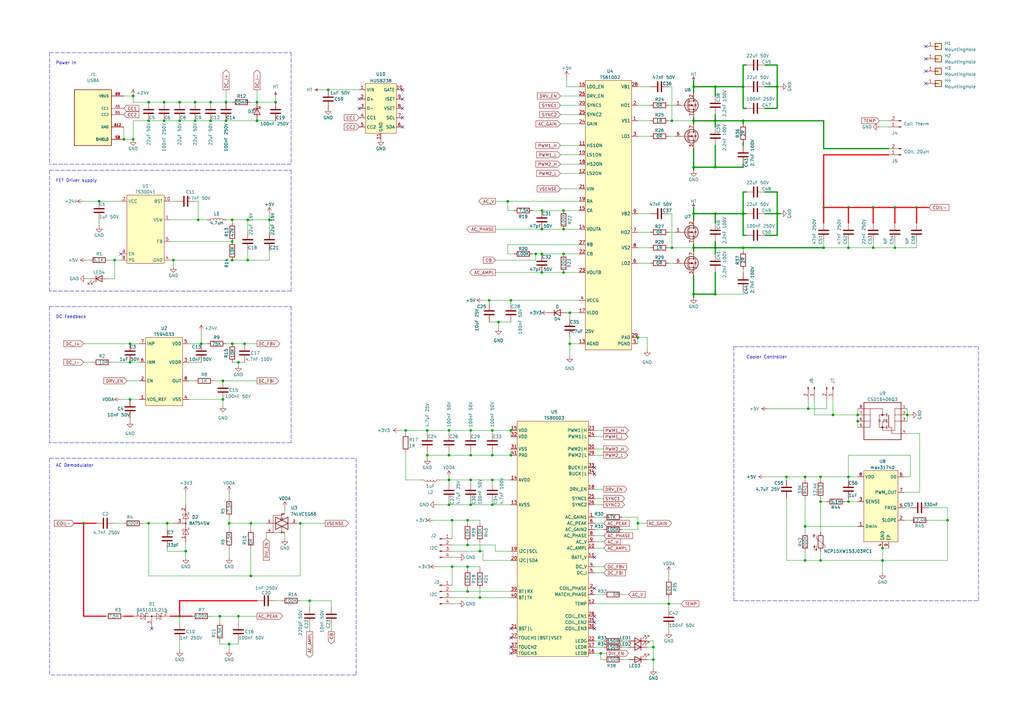
<source format=kicad_sch>
(kicad_sch (version 20211123) (generator eeschema)
  (paper "A3")
  (junction (at 304.8 87.63))
  (junction (at 95.25 106.68))
  (junction (at 267.97 270.51))
  (junction (at 200.66 123.19))
  (junction (at 95.25 140.97))
  (junction (at 54.61 39.37))
  (junction (at 81.28 90.17))
  (junction (at 113.03 41.91))
  (junction (at 336.55 205.74))
  (junction (at 95.25 90.17))
  (junction (at 222.25 111.76))
  (junction (at 102.87 236.22))
  (junction (at 347.98 85.09))
  (junction (at 293.37 101.6))
  (junction (at 92.71 49.53))
  (junction (at 127 246.38))
  (junction (at 261.62 138.43))
  (junction (at 293.37 68.58))
  (junction (at 337.82 101.6))
  (junction (at 209.55 123.19))
  (junction (at 284.48 68.58))
  (junction (at 185.42 232.41))
  (junction (at 267.97 265.43))
  (junction (at 358.14 101.6))
  (junction (at 175.26 176.53))
  (junction (at 208.28 82.55))
  (junction (at 67.31 49.53))
  (junction (at 293.37 35.56))
  (junction (at 196.85 226.06))
  (junction (at 284.48 120.65))
  (junction (at 97.79 252.73))
  (junction (at 93.98 214.63))
  (junction (at 50.8 57.15))
  (junction (at 53.34 148.59))
  (junction (at 233.68 128.27))
  (junction (at 191.77 213.36))
  (junction (at 46.99 106.68))
  (junction (at 80.01 41.91))
  (junction (at 336.55 195.58))
  (junction (at 185.42 213.36))
  (junction (at 110.49 90.17))
  (junction (at 367.03 101.6))
  (junction (at 275.59 101.6))
  (junction (at 330.2 195.58))
  (junction (at 284.48 49.53))
  (junction (at 231.14 86.36))
  (junction (at 184.15 186.69))
  (junction (at 330.2 215.9))
  (junction (at 372.11 170.18))
  (junction (at 361.95 229.87))
  (junction (at 86.36 41.91))
  (junction (at 231.14 111.76))
  (junction (at 193.04 186.69))
  (junction (at 304.8 49.53))
  (junction (at 233.68 140.97))
  (junction (at 101.6 106.68))
  (junction (at 347.98 101.6))
  (junction (at 318.77 87.63))
  (junction (at 105.41 41.91))
  (junction (at 304.8 101.6))
  (junction (at 337.82 85.09))
  (junction (at 293.37 120.65))
  (junction (at 191.77 223.52))
  (junction (at 134.62 36.83))
  (junction (at 222.25 93.98))
  (junction (at 331.47 167.64))
  (junction (at 191.77 232.41))
  (junction (at 73.66 49.53))
  (junction (at 68.58 214.63))
  (junction (at 40.64 82.55))
  (junction (at 184.15 207.01))
  (junction (at 361.95 224.79))
  (junction (at 191.77 242.57))
  (junction (at 347.98 205.74))
  (junction (at 293.37 49.53))
  (junction (at 86.36 49.53))
  (junction (at 166.37 176.53))
  (junction (at 60.96 214.63))
  (junction (at 102.87 214.63))
  (junction (at 54.61 57.15))
  (junction (at 105.41 49.53))
  (junction (at 231.14 93.98))
  (junction (at 76.2 226.06))
  (junction (at 367.03 85.09))
  (junction (at 175.26 186.69))
  (junction (at 67.31 41.91))
  (junction (at 336.55 229.87))
  (junction (at 196.85 245.11))
  (junction (at 34.29 214.63))
  (junction (at 347.98 195.58))
  (junction (at 92.71 41.91))
  (junction (at 60.96 41.91))
  (junction (at 95.25 99.06))
  (junction (at 53.34 140.97))
  (junction (at 351.79 170.18))
  (junction (at 193.04 196.85))
  (junction (at 341.63 170.18))
  (junction (at 330.2 229.87))
  (junction (at 275.59 49.53))
  (junction (at 201.93 176.53))
  (junction (at 375.92 85.09))
  (junction (at 284.48 87.63))
  (junction (at 91.44 163.83))
  (junction (at 231.14 104.14))
  (junction (at 93.98 264.16))
  (junction (at 184.15 196.85))
  (junction (at 60.96 49.53))
  (junction (at 274.32 247.65))
  (junction (at 261.62 214.63))
  (junction (at 209.55 186.69))
  (junction (at 53.34 163.83))
  (junction (at 193.04 207.01))
  (junction (at 90.17 252.73))
  (junction (at 358.14 85.09))
  (junction (at 82.55 140.97))
  (junction (at 351.79 172.72))
  (junction (at 201.93 207.01))
  (junction (at 97.79 148.59))
  (junction (at 219.71 104.14))
  (junction (at 388.62 213.36))
  (junction (at 184.15 176.53))
  (junction (at 193.04 176.53))
  (junction (at 100.33 140.97))
  (junction (at 101.6 90.17))
  (junction (at 284.48 35.56))
  (junction (at 222.25 104.14))
  (junction (at 80.01 49.53))
  (junction (at 201.93 186.69))
  (junction (at 204.47 132.08))
  (junction (at 246.38 267.97))
  (junction (at 322.58 195.58))
  (junction (at 304.8 35.56))
  (junction (at 71.12 106.68))
  (junction (at 318.77 35.56))
  (junction (at 284.48 101.6))
  (junction (at 201.93 196.85))
  (junction (at 293.37 87.63))
  (junction (at 123.19 214.63))
  (junction (at 209.55 176.53))
  (junction (at 73.66 252.73))
  (junction (at 222.25 86.36))
  (junction (at 91.44 156.21))
  (junction (at 73.66 41.91))
  (no_connect (at 379.73 34.29))
  (no_connect (at 379.73 29.21))
  (no_connect (at 379.73 24.13))
  (no_connect (at 379.73 19.05))
  (no_connect (at 165.1 36.83))
  (no_connect (at 165.1 48.26))
  (no_connect (at 165.1 52.07))
  (no_connect (at 209.55 257.81))
  (no_connect (at 209.55 261.62))
  (no_connect (at 209.55 265.43))
  (no_connect (at 209.55 267.97))
  (no_connect (at 243.84 191.77))
  (no_connect (at 243.84 194.31))
  (no_connect (at 243.84 228.6))
  (no_connect (at 243.84 241.3))
  (no_connect (at 243.84 252.73))
  (no_connect (at 243.84 255.27))
  (no_connect (at 243.84 257.81))
  (no_connect (at 165.1 40.64))
  (no_connect (at 165.1 44.45))
  (no_connect (at 49.53 104.14))
  (no_connect (at 147.32 40.64))
  (no_connect (at 147.32 44.45))
  (no_connect (at 62.23 257.81))
  (wire (pts (xy 381 213.36) (xy 388.62 213.36)))
  (wire (pts (xy 50.8 252.73) (xy 54.61 252.73)) (stroke (width 0.5) (color 255 1 18 1)))
  (wire (pts (xy 284.48 101.6) (xy 293.37 101.6)) (stroke (width 0.5)))
  (wire (pts (xy 184.15 207.01) (xy 179.07 207.01)))
  (wire (pts (xy 265.43 270.51) (xy 267.97 270.51)))
  (wire (pts (xy 113.03 39.37) (xy 113.03 41.91)))
  (wire (pts (xy 313.69 87.63) (xy 318.77 87.63)) (stroke (width 0.5)))
  (wire (pts (xy 73.66 41.91) (xy 80.01 41.91)))
  (wire (pts (xy 80.01 41.91) (xy 86.36 41.91)))
  (wire (pts (xy 86.36 41.91) (xy 92.71 41.91)))
  (wire (pts (xy 284.48 120.65) (xy 284.48 121.92)) (stroke (width 0.5)))
  (wire (pts (xy 80.01 156.21) (xy 77.47 156.21)))
  (wire (pts (xy 255.27 212.09) (xy 261.62 212.09)))
  (wire (pts (xy 261.62 212.09) (xy 261.62 214.63)))
  (wire (pts (xy 261.62 214.63) (xy 261.62 217.17)))
  (wire (pts (xy 261.62 217.17) (xy 255.27 217.17)))
  (wire (pts (xy 274.32 95.25) (xy 276.86 95.25)))
  (wire (pts (xy 304.8 101.6) (xy 337.82 101.6)) (stroke (width 0.5)))
  (wire (pts (xy 337.82 101.6) (xy 347.98 101.6)))
  (wire (pts (xy 347.98 101.6) (xy 358.14 101.6)))
  (wire (pts (xy 92.71 41.91) (xy 95.25 41.91)))
  (wire (pts (xy 304.8 58.42) (xy 304.8 59.69)) (stroke (width 0.5)))
  (polyline (pts (xy 300.99 142.24) (xy 300.99 246.38)))
  (polyline (pts (xy 300.99 142.24) (xy 401.32 142.24)))
  (polyline (pts (xy 300.99 246.38) (xy 401.32 246.38)))
  (polyline (pts (xy 401.32 246.38) (xy 401.32 142.24)))
  (wire (pts (xy 185.42 232.41) (xy 185.42 240.03)))
  (wire (pts (xy 135.89 256.54) (xy 135.89 259.08)))
  (wire (pts (xy 86.36 252.73) (xy 90.17 252.73)))
  (wire (pts (xy 90.17 252.73) (xy 90.17 255.27)))
  (wire (pts (xy 200.66 132.08) (xy 204.47 132.08)))
  (wire (pts (xy 204.47 132.08) (xy 209.55 132.08)))
  (wire (pts (xy 261.62 107.95) (xy 266.7 107.95)))
  (wire (pts (xy 243.84 217.17) (xy 247.65 217.17)))
  (wire (pts (xy 50.8 57.15) (xy 54.61 57.15)))
  (wire (pts (xy 337.82 49.53) (xy 337.82 60.96)) (stroke (width 0.5)))
  (wire (pts (xy 337.82 60.96) (xy 364.49 60.96)) (stroke (width 0.5)))
  (wire (pts (xy 184.15 176.53) (xy 184.15 177.8)))
  (wire (pts (xy 196.85 213.36) (xy 196.85 214.63)))
  (wire (pts (xy 284.48 48.26) (xy 284.48 49.53)) (stroke (width 0.5)))
  (wire (pts (xy 284.48 49.53) (xy 284.48 50.8)) (stroke (width 0.5)))
  (wire (pts (xy 50.8 52.07) (xy 50.8 57.15)))
  (wire (pts (xy 222.25 93.98) (xy 231.14 93.98)))
  (wire (pts (xy 67.31 49.53) (xy 73.66 49.53)))
  (wire (pts (xy 73.66 49.53) (xy 80.01 49.53)))
  (wire (pts (xy 80.01 49.53) (xy 86.36 49.53)))
  (wire (pts (xy 86.36 49.53) (xy 92.71 49.53)))
  (wire (pts (xy 275.59 87.63) (xy 275.59 101.6)))
  (wire (pts (xy 93.98 212.09) (xy 93.98 214.63)))
  (wire (pts (xy 93.98 214.63) (xy 93.98 217.17)))
  (wire (pts (xy 229.87 77.47) (xy 237.49 77.47)))
  (wire (pts (xy 198.12 123.19) (xy 200.66 123.19)))
  (wire (pts (xy 284.48 60.96) (xy 284.48 68.58)) (stroke (width 0.5)))
  (wire (pts (xy 284.48 68.58) (xy 284.48 69.85)) (stroke (width 0.5)))
  (wire (pts (xy 346.71 205.74) (xy 347.98 205.74)))
  (wire (pts (xy 347.98 205.74) (xy 351.79 205.74)))
  (wire (pts (xy 95.25 90.17) (xy 101.6 90.17)))
  (wire (pts (xy 101.6 90.17) (xy 101.6 95.25)))
  (wire (pts (xy 196.85 222.25) (xy 196.85 226.06)))
  (wire (pts (xy 330.2 204.47) (xy 330.2 215.9)))
  (wire (pts (xy 330.2 215.9) (xy 330.2 218.44)))
  (wire (pts (xy 341.63 163.83) (xy 341.63 170.18)))
  (wire (pts (xy 209.55 123.19) (xy 237.49 123.19)))
  (wire (pts (xy 200.66 123.19) (xy 209.55 123.19)))
  (wire (pts (xy 261.62 214.63) (xy 265.43 214.63)))
  (wire (pts (xy 198.12 229.87) (xy 209.55 229.87)))
  (wire (pts (xy 304.8 87.63) (xy 304.8 78.74)) (stroke (width 0.5)))
  (wire (pts (xy 231.14 104.14) (xy 237.49 104.14)))
  (wire (pts (xy 293.37 49.53) (xy 304.8 49.53)) (stroke (width 0.5)))
  (wire (pts (xy 304.8 49.53) (xy 304.8 50.8)) (stroke (width 0.5)))
  (wire (pts (xy 243.84 219.71) (xy 247.65 219.71)))
  (wire (pts (xy 229.87 67.31) (xy 237.49 67.31)))
  (wire (pts (xy 372.11 177.8) (xy 377.19 177.8)))
  (wire (pts (xy 377.19 177.8) (xy 377.19 201.93)))
  (wire (pts (xy 377.19 201.93) (xy 370.84 201.93)))
  (wire (pts (xy 304.8 120.65) (xy 293.37 120.65)))
  (wire (pts (xy 90.17 264.16) (xy 93.98 264.16)))
  (wire (pts (xy 93.98 264.16) (xy 97.79 264.16)))
  (wire (pts (xy 97.79 264.16) (xy 97.79 262.89)))
  (wire (pts (xy 318.77 96.52) (xy 313.69 96.52)) (stroke (width 0.5)))
  (wire (pts (xy 92.71 36.83) (xy 92.71 41.91)))
  (wire (pts (xy 229.87 71.12) (xy 237.49 71.12)))
  (wire (pts (xy 337.82 85.09) (xy 347.98 85.09)) (stroke (width 0.5) (color 255 1 17 1)))
  (wire (pts (xy 337.82 91.44) (xy 337.82 85.09)) (stroke (width 0.5) (color 255 1 17 1)))
  (wire (pts (xy 347.98 85.09) (xy 358.14 85.09)) (stroke (width 0.5) (color 255 1 17 1)))
  (wire (pts (xy 358.14 85.09) (xy 358.14 91.44)) (stroke (width 0.5) (color 255 1 17 1)))
  (wire (pts (xy 304.8 101.6) (xy 304.8 102.87)))
  (wire (pts (xy 313.69 26.67) (xy 318.77 26.67)) (stroke (width 0.5)))
  (wire (pts (xy 318.77 26.67) (xy 318.77 35.56)) (stroke (width 0.5)))
  (wire (pts (xy 318.77 35.56) (xy 318.77 44.45)) (stroke (width 0.5)))
  (wire (pts (xy 318.77 44.45) (xy 313.69 44.45)) (stroke (width 0.5)))
  (wire (pts (xy 274.32 245.11) (xy 274.32 247.65)))
  (wire (pts (xy 54.61 39.37) (xy 54.61 41.91)))
  (wire (pts (xy 229.87 46.99) (xy 237.49 46.99)))
  (wire (pts (xy 274.32 101.6) (xy 275.59 101.6)))
  (wire (pts (xy 76.2 222.25) (xy 76.2 226.06)))
  (wire (pts (xy 243.84 247.65) (xy 274.32 247.65)))
  (wire (pts (xy 274.32 247.65) (xy 274.32 250.19)))
  (wire (pts (xy 109.22 218.44) (xy 109.22 220.98)))
  (wire (pts (xy 90.17 262.89) (xy 90.17 264.16)))
  (wire (pts (xy 93.98 264.16) (xy 93.98 266.7)))
  (wire (pts (xy 177.8 213.36) (xy 185.42 213.36)))
  (wire (pts (xy 185.42 213.36) (xy 191.77 213.36)))
  (wire (pts (xy 54.61 41.91) (xy 60.96 41.91)))
  (wire (pts (xy 229.87 43.18) (xy 237.49 43.18)))
  (wire (pts (xy 246.38 267.97) (xy 246.38 270.51)))
  (wire (pts (xy 246.38 270.51) (xy 247.65 270.51)))
  (wire (pts (xy 200.66 123.19) (xy 200.66 124.46)))
  (wire (pts (xy 361.95 229.87) (xy 361.95 234.95)))
  (wire (pts (xy 184.15 196.85) (xy 184.15 198.12)))
  (wire (pts (xy 193.04 196.85) (xy 184.15 196.85)))
  (wire (pts (xy 201.93 196.85) (xy 193.04 196.85)))
  (wire (pts (xy 209.55 196.85) (xy 201.93 196.85)))
  (wire (pts (xy 191.77 232.41) (xy 191.77 233.68)))
  (wire (pts (xy 275.59 101.6) (xy 284.48 101.6)))
  (wire (pts (xy 274.32 257.81) (xy 274.32 259.08)))
  (wire (pts (xy 233.68 140.97) (xy 233.68 146.05)))
  (wire (pts (xy 347.98 195.58) (xy 347.98 196.85)))
  (wire (pts (xy 375.92 101.6) (xy 367.03 101.6)))
  (polyline (pts (xy 20.32 125.73) (xy 20.32 181.61)))
  (polyline (pts (xy 20.32 125.73) (xy 119.38 125.73)))
  (polyline (pts (xy 119.38 125.73) (xy 119.38 181.61)))
  (polyline (pts (xy 119.38 181.61) (xy 20.32 181.61)))
  (wire (pts (xy 46.99 114.3) (xy 44.45 114.3)))
  (wire (pts (xy 68.58 226.06) (xy 76.2 226.06)))
  (wire (pts (xy 370.84 213.36) (xy 373.38 213.36)))
  (wire (pts (xy 203.2 111.76) (xy 222.25 111.76)))
  (wire (pts (xy 127 256.54) (xy 127 259.08)))
  (wire (pts (xy 40.64 90.17) (xy 40.64 92.71)))
  (wire (pts (xy 123.19 246.38) (xy 127 246.38)))
  (wire (pts (xy 127 246.38) (xy 127 248.92)))
  (wire (pts (xy 54.61 49.53) (xy 60.96 49.53)))
  (wire (pts (xy 54.61 57.15) (xy 54.61 49.53)))
  (wire (pts (xy 347.98 85.09) (xy 347.98 91.44)) (stroke (width 0.5) (color 255 1 17 1)))
  (wire (pts (xy 293.37 87.63) (xy 304.8 87.63)) (stroke (width 0.5)))
  (wire (pts (xy 210.82 104.14) (xy 208.28 104.14)))
  (wire (pts (xy 105.41 49.53) (xy 113.03 49.53)))
  (wire (pts (xy 375.92 99.06) (xy 375.92 101.6)))
  (wire (pts (xy 203.2 93.98) (xy 222.25 93.98)))
  (wire (pts (xy 60.96 41.91) (xy 67.31 41.91)))
  (wire (pts (xy 261.62 55.88) (xy 266.7 55.88)))
  (wire (pts (xy 375.92 85.09) (xy 375.92 91.44)) (stroke (width 0.5) (color 255 1 17 1)))
  (wire (pts (xy 68.58 224.79) (xy 68.58 226.06)))
  (wire (pts (xy 243.84 184.15) (xy 247.65 184.15)))
  (wire (pts (xy 261.62 87.63) (xy 266.7 87.63)))
  (wire (pts (xy 127 246.38) (xy 135.89 246.38)))
  (wire (pts (xy 135.89 246.38) (xy 135.89 248.92)))
  (wire (pts (xy 209.55 176.53) (xy 209.55 179.07)))
  (wire (pts (xy 35.56 114.3) (xy 36.83 114.3)))
  (wire (pts (xy 184.15 195.58) (xy 184.15 196.85)))
  (wire (pts (xy 243.84 234.95) (xy 247.65 234.95)))
  (wire (pts (xy 304.8 49.53) (xy 337.82 49.53)) (stroke (width 0.5)))
  (wire (pts (xy 261.62 49.53) (xy 266.7 49.53)))
  (wire (pts (xy 304.8 119.38) (xy 304.8 120.65)))
  (wire (pts (xy 233.68 128.27) (xy 237.49 128.27)))
  (wire (pts (xy 185.42 247.65) (xy 187.96 247.65)))
  (wire (pts (xy 105.41 41.91) (xy 113.03 41.91)))
  (wire (pts (xy 46.99 106.68) (xy 46.99 114.3)))
  (wire (pts (xy 60.96 236.22) (xy 60.96 214.63)))
  (wire (pts (xy 274.32 107.95) (xy 276.86 107.95)))
  (wire (pts (xy 293.37 35.56) (xy 304.8 35.56)) (stroke (width 0.5)))
  (wire (pts (xy 304.8 26.67) (xy 306.07 26.67)) (stroke (width 0.5)))
  (wire (pts (xy 304.8 35.56) (xy 304.8 26.67)) (stroke (width 0.5)))
  (wire (pts (xy 304.8 44.45) (xy 304.8 35.56)) (stroke (width 0.5)))
  (wire (pts (xy 93.98 214.63) (xy 102.87 214.63)))
  (wire (pts (xy 102.87 214.63) (xy 109.22 214.63)))
  (wire (pts (xy 284.48 87.63) (xy 284.48 90.17)) (stroke (width 0.5)))
  (wire (pts (xy 243.84 232.41) (xy 247.65 232.41)))
  (wire (pts (xy 92.71 90.17) (xy 95.25 90.17)))
  (wire (pts (xy 95.25 90.17) (xy 95.25 91.44)))
  (wire (pts (xy 80.01 82.55) (xy 81.28 82.55)))
  (wire (pts (xy 81.28 82.55) (xy 81.28 90.17)))
  (wire (pts (xy 81.28 90.17) (xy 69.85 90.17)))
  (wire (pts (xy 53.34 171.45) (xy 53.34 172.72)))
  (wire (pts (xy 372.11 167.64) (xy 372.11 170.18)))
  (wire (pts (xy 372.11 170.18) (xy 372.11 172.72)))
  (wire (pts (xy 219.71 104.14) (xy 219.71 106.68)))
  (wire (pts (xy 219.71 106.68) (xy 203.2 106.68)))
  (wire (pts (xy 318.77 87.63) (xy 318.77 96.52)) (stroke (width 0.5)))
  (wire (pts (xy 222.25 111.76) (xy 231.14 111.76)))
  (wire (pts (xy 218.44 104.14) (xy 219.71 104.14)))
  (wire (pts (xy 219.71 104.14) (xy 222.25 104.14)))
  (wire (pts (xy 293.37 101.6) (xy 293.37 104.14)) (stroke (width 0.5)))
  (wire (pts (xy 172.72 196.85) (xy 166.37 196.85)))
  (wire (pts (xy 34.29 82.55) (xy 40.64 82.55)))
  (wire (pts (xy 40.64 82.55) (xy 49.53 82.55)))
  (wire (pts (xy 201.93 205.74) (xy 201.93 207.01)))
  (polyline (pts (xy 20.32 187.96) (xy 20.32 276.86)))
  (polyline (pts (xy 20.32 187.96) (xy 146.05 187.96)))
  (polyline (pts (xy 146.05 187.96) (xy 146.05 276.86)))
  (polyline (pts (xy 146.05 276.86) (xy 20.32 276.86)))
  (wire (pts (xy 284.48 113.03) (xy 284.48 120.65)) (stroke (width 0.5)))
  (wire (pts (xy 381 208.28) (xy 388.62 208.28)))
  (wire (pts (xy 193.04 196.85) (xy 193.04 198.12)))
  (wire (pts (xy 93.98 224.79) (xy 93.98 228.6)))
  (wire (pts (xy 44.45 106.68) (xy 46.99 106.68)))
  (wire (pts (xy 46.99 106.68) (xy 49.53 106.68)))
  (wire (pts (xy 50.8 39.37) (xy 54.61 39.37)))
  (wire (pts (xy 100.33 140.97) (xy 105.41 140.97)))
  (wire (pts (xy 91.44 163.83) (xy 91.44 166.37)))
  (wire (pts (xy 175.26 185.42) (xy 175.26 186.69)))
  (wire (pts (xy 185.42 213.36) (xy 185.42 220.98)))
  (wire (pts (xy 201.93 196.85) (xy 201.93 198.12)))
  (wire (pts (xy 284.48 33.02) (xy 284.48 35.56)) (stroke (width 0.5)))
  (wire (pts (xy 284.48 35.56) (xy 284.48 38.1)) (stroke (width 0.5)))
  (wire (pts (xy 185.42 242.57) (xy 191.77 242.57)))
  (wire (pts (xy 191.77 242.57) (xy 209.55 242.57)))
  (wire (pts (xy 208.28 104.14) (xy 208.28 100.33)))
  (wire (pts (xy 166.37 176.53) (xy 175.26 176.53)))
  (wire (pts (xy 175.26 176.53) (xy 184.15 176.53)))
  (wire (pts (xy 184.15 176.53) (xy 193.04 176.53)))
  (wire (pts (xy 193.04 176.53) (xy 201.93 176.53)))
  (wire (pts (xy 201.93 176.53) (xy 209.55 176.53)))
  (wire (pts (xy 255.27 270.51) (xy 257.81 270.51)))
  (wire (pts (xy 367.03 85.09) (xy 367.03 91.44)) (stroke (width 0.5) (color 255 1 17 1)))
  (wire (pts (xy 185.42 226.06) (xy 196.85 226.06)))
  (wire (pts (xy 196.85 226.06) (xy 198.12 226.06)))
  (wire (pts (xy 198.12 226.06) (xy 198.12 229.87)))
  (wire (pts (xy 229.87 63.5) (xy 237.49 63.5)))
  (wire (pts (xy 201.93 185.42) (xy 201.93 186.69)))
  (wire (pts (xy 82.55 140.97) (xy 85.09 140.97)))
  (wire (pts (xy 243.84 222.25) (xy 247.65 222.25)))
  (wire (pts (xy 77.47 140.97) (xy 82.55 140.97)))
  (wire (pts (xy 304.8 78.74) (xy 306.07 78.74)) (stroke (width 0.5)))
  (wire (pts (xy 293.37 87.63) (xy 293.37 91.44)) (stroke (width 0.5)))
  (wire (pts (xy 191.77 213.36) (xy 191.77 214.63)))
  (wire (pts (xy 274.32 234.95) (xy 274.32 237.49)))
  (wire (pts (xy 304.8 44.45) (xy 306.07 44.45)) (stroke (width 0.5)))
  (wire (pts (xy 361.95 224.79) (xy 364.49 224.79)))
  (wire (pts (xy 58.42 214.63) (xy 60.96 214.63)))
  (wire (pts (xy 60.96 214.63) (xy 68.58 214.63)))
  (wire (pts (xy 77.47 148.59) (xy 82.55 148.59)))
  (wire (pts (xy 330.2 196.85) (xy 330.2 195.58)))
  (wire (pts (xy 336.55 195.58) (xy 347.98 195.58)))
  (wire (pts (xy 347.98 195.58) (xy 351.79 195.58)))
  (wire (pts (xy 304.8 87.63) (xy 306.07 87.63)) (stroke (width 0.5)))
  (wire (pts (xy 331.47 163.83) (xy 331.47 167.64)))
  (wire (pts (xy 243.84 200.66) (xy 247.65 200.66)))
  (wire (pts (xy 69.85 99.06) (xy 95.25 99.06)))
  (wire (pts (xy 313.69 35.56) (xy 318.77 35.56)) (stroke (width 0.5)))
  (wire (pts (xy 93.98 201.93) (xy 93.98 204.47)))
  (wire (pts (xy 229.87 39.37) (xy 237.49 39.37)))
  (wire (pts (xy 209.55 123.19) (xy 209.55 124.46)))
  (wire (pts (xy 243.84 179.07) (xy 247.65 179.07)))
  (wire (pts (xy 184.15 207.01) (xy 184.15 205.74)))
  (wire (pts (xy 193.04 207.01) (xy 184.15 207.01)))
  (wire (pts (xy 201.93 207.01) (xy 193.04 207.01)))
  (wire (pts (xy 209.55 207.01) (xy 201.93 207.01)))
  (wire (pts (xy 201.93 176.53) (xy 201.93 177.8)))
  (wire (pts (xy 121.92 214.63) (xy 123.19 214.63)))
  (wire (pts (xy 123.19 214.63) (xy 123.19 236.22)))
  (wire (pts (xy 123.19 236.22) (xy 102.87 236.22)))
  (wire (pts (xy 229.87 59.69) (xy 237.49 59.69)))
  (wire (pts (xy 255.27 265.43) (xy 257.81 265.43)))
  (wire (pts (xy 336.55 229.87) (xy 361.95 229.87)))
  (wire (pts (xy 68.58 214.63) (xy 71.12 214.63)))
  (wire (pts (xy 372.11 170.18) (xy 373.38 170.18)))
  (wire (pts (xy 293.37 99.06) (xy 293.37 101.6)) (stroke (width 0.5)))
  (wire (pts (xy 336.55 204.47) (xy 336.55 205.74)))
  (wire (pts (xy 336.55 205.74) (xy 339.09 205.74)))
  (wire (pts (xy 231.14 111.76) (xy 237.49 111.76)))
  (wire (pts (xy 175.26 176.53) (xy 175.26 177.8)))
  (wire (pts (xy 185.42 228.6) (xy 187.96 228.6)))
  (wire (pts (xy 314.96 167.64) (xy 331.47 167.64)))
  (wire (pts (xy 331.47 167.64) (xy 339.09 167.64)))
  (wire (pts (xy 339.09 163.83) (xy 339.09 167.64)))
  (wire (pts (xy 231.14 93.98) (xy 237.49 93.98)))
  (wire (pts (xy 261.62 35.56) (xy 266.7 35.56)))
  (wire (pts (xy 193.04 176.53) (xy 193.04 177.8)))
  (wire (pts (xy 35.56 106.68) (xy 36.83 106.68)))
  (wire (pts (xy 337.82 99.06) (xy 337.82 101.6)))
  (wire (pts (xy 347.98 186.69) (xy 373.38 186.69)))
  (wire (pts (xy 347.98 195.58) (xy 347.98 186.69)))
  (wire (pts (xy 373.38 186.69) (xy 373.38 195.58)))
  (wire (pts (xy 373.38 195.58) (xy 370.84 195.58)))
  (wire (pts (xy 185.42 223.52) (xy 191.77 223.52)))
  (wire (pts (xy 191.77 223.52) (xy 203.2 223.52)))
  (wire (pts (xy 203.2 223.52) (xy 203.2 226.06)))
  (wire (pts (xy 203.2 226.06) (xy 209.55 226.06)))
  (wire (pts (xy 318.77 35.56) (xy 320.04 35.56)))
  (wire (pts (xy 243.84 243.84) (xy 247.65 243.84)))
  (wire (pts (xy 243.84 204.47) (xy 247.65 204.47)))
  (wire (pts (xy 232.41 31.75) (xy 232.41 35.56)))
  (wire (pts (xy 237.49 35.56) (xy 232.41 35.56)))
  (wire (pts (xy 318.77 87.63) (xy 320.04 87.63)) (stroke (width 0.5)))
  (wire (pts (xy 73.66 246.38) (xy 105.41 246.38)) (stroke (width 0.5) (color 255 1 18 1)))
  (wire (pts (xy 73.66 252.73) (xy 73.66 246.38)) (stroke (width 0.5) (color 255 1 18 1)))
  (wire (pts (xy 243.84 224.79) (xy 247.65 224.79)))
  (wire (pts (xy 265.43 262.89) (xy 267.97 262.89)))
  (wire (pts (xy 267.97 262.89) (xy 267.97 265.43)))
  (wire (pts (xy 267.97 265.43) (xy 267.97 270.51)))
  (wire (pts (xy 267.97 270.51) (xy 267.97 274.32)))
  (wire (pts (xy 69.85 106.68) (xy 71.12 106.68)))
  (wire (pts (xy 71.12 106.68) (xy 95.25 106.68)))
  (wire (pts (xy 179.07 232.41) (xy 185.42 232.41)))
  (wire (pts (xy 185.42 232.41) (xy 191.77 232.41)))
  (wire (pts (xy 76.2 226.06) (xy 76.2 228.6)))
  (wire (pts (xy 261.62 43.18) (xy 266.7 43.18)))
  (wire (pts (xy 358.14 101.6) (xy 358.14 99.06)))
  (wire (pts (xy 388.62 208.28) (xy 388.62 213.36)))
  (wire (pts (xy 388.62 213.36) (xy 388.62 229.87)))
  (wire (pts (xy 388.62 229.87) (xy 361.95 229.87)))
  (wire (pts (xy 52.07 156.21) (xy 57.15 156.21)))
  (wire (pts (xy 274.32 35.56) (xy 275.59 35.56)))
  (wire (pts (xy 275.59 35.56) (xy 275.59 49.53)))
  (wire (pts (xy 367.03 99.06) (xy 367.03 101.6)))
  (wire (pts (xy 367.03 101.6) (xy 358.14 101.6)))
  (wire (pts (xy 218.44 86.36) (xy 222.25 86.36)))
  (wire (pts (xy 222.25 86.36) (xy 231.14 86.36)))
  (wire (pts (xy 231.14 86.36) (xy 237.49 86.36)))
  (wire (pts (xy 116.84 218.44) (xy 116.84 220.98)))
  (wire (pts (xy 318.77 78.74) (xy 318.77 87.63)) (stroke (width 0.5)))
  (wire (pts (xy 304.8 110.49) (xy 304.8 111.76)))
  (wire (pts (xy 243.84 262.89) (xy 247.65 262.89)))
  (wire (pts (xy 284.48 68.58) (xy 293.37 68.58)) (stroke (width 0.5)))
  (wire (pts (xy 34.29 140.97) (xy 53.34 140.97)))
  (wire (pts (xy 53.34 140.97) (xy 57.15 140.97)))
  (wire (pts (xy 196.85 241.3) (xy 196.85 245.11)))
  (wire (pts (xy 243.84 265.43) (xy 247.65 265.43)))
  (wire (pts (xy 68.58 214.63) (xy 68.58 217.17)))
  (wire (pts (xy 358.14 85.09) (xy 367.03 85.09)) (stroke (width 0.5) (color 255 1 17 1)))
  (wire (pts (xy 367.03 85.09) (xy 375.92 85.09)) (stroke (width 0.5) (color 255 1 17 1)))
  (wire (pts (xy 375.92 85.09) (xy 381 85.09)) (stroke (width 0.5) (color 255 1 17 1)))
  (wire (pts (xy 255.27 262.89) (xy 257.81 262.89)))
  (wire (pts (xy 284.48 35.56) (xy 293.37 35.56)) (stroke (width 0.5)))
  (wire (pts (xy 293.37 35.56) (xy 293.37 39.37)) (stroke (width 0.5)))
  (wire (pts (xy 130.81 36.83) (xy 134.62 36.83)))
  (wire (pts (xy 243.84 267.97) (xy 246.38 267.97)))
  (wire (pts (xy 246.38 267.97) (xy 248.92 267.97)))
  (wire (pts (xy 46.99 214.63) (xy 50.8 214.63)))
  (wire (pts (xy 71.12 106.68) (xy 71.12 109.22)))
  (wire (pts (xy 360.68 49.53) (xy 364.49 49.53)))
  (wire (pts (xy 175.26 186.69) (xy 175.26 187.96)))
  (wire (pts (xy 304.8 96.52) (xy 304.8 87.63)) (stroke (width 0.5)))
  (wire (pts (xy 265.43 265.43) (xy 267.97 265.43)))
  (wire (pts (xy 261.62 95.25) (xy 266.7 95.25)))
  (wire (pts (xy 34.29 214.63) (xy 34.29 252.73)) (stroke (width 0.5) (color 255 1 18 1)))
  (wire (pts (xy 34.29 252.73) (xy 43.18 252.73)) (stroke (width 0.5) (color 255 1 18 1)))
  (wire (pts (xy 87.63 156.21) (xy 91.44 156.21)))
  (wire (pts (xy 91.44 156.21) (xy 105.41 156.21)))
  (wire (pts (xy 185.42 245.11) (xy 196.85 245.11)))
  (wire (pts (xy 196.85 245.11) (xy 209.55 245.11)))
  (wire (pts (xy 76.2 201.93) (xy 76.2 207.01)))
  (wire (pts (xy 191.77 241.3) (xy 191.77 242.57)))
  (wire (pts (xy 69.85 252.73) (xy 73.66 252.73)) (stroke (width 0.5) (color 255 1 18 1)))
  (wire (pts (xy 73.66 252.73) (xy 73.66 255.27)))
  (wire (pts (xy 30.48 214.63) (xy 34.29 214.63)) (stroke (width 0.5) (color 255 1 18 1)))
  (wire (pts (xy 34.29 214.63) (xy 39.37 214.63)) (stroke (width 0.5) (color 255 1 18 1)))
  (wire (pts (xy 113.03 246.38) (xy 115.57 246.38)))
  (wire (pts (xy 284.48 85.09) (xy 284.48 87.63)) (stroke (width 0.5)))
  (wire (pts (xy 77.47 163.83) (xy 91.44 163.83)))
  (wire (pts (xy 180.34 196.85) (xy 184.15 196.85)))
  (wire (pts (xy 191.77 222.25) (xy 191.77 223.52)))
  (wire (pts (xy 274.32 49.53) (xy 275.59 49.53)))
  (wire (pts (xy 275.59 49.53) (xy 284.48 49.53)))
  (wire (pts (xy 166.37 185.42) (xy 166.37 196.85)))
  (wire (pts (xy 184.15 186.69) (xy 175.26 186.69)))
  (wire (pts (xy 193.04 186.69) (xy 184.15 186.69)))
  (wire (pts (xy 201.93 186.69) (xy 193.04 186.69)))
  (wire (pts (xy 209.55 186.69) (xy 201.93 186.69)))
  (wire (pts (xy 229.87 50.8) (xy 237.49 50.8)))
  (wire (pts (xy 81.28 90.17) (xy 85.09 90.17)))
  (wire (pts (xy 313.69 78.74) (xy 318.77 78.74)) (stroke (width 0.5)))
  (wire (pts (xy 336.55 226.06) (xy 336.55 229.87)))
  (wire (pts (xy 222.25 104.14) (xy 231.14 104.14)))
  (wire (pts (xy 347.98 99.06) (xy 347.98 101.6)))
  (wire (pts (xy 330.2 226.06) (xy 330.2 229.87)))
  (wire (pts (xy 330.2 229.87) (xy 336.55 229.87)))
  (wire (pts (xy 261.62 101.6) (xy 266.7 101.6)))
  (wire (pts (xy 347.98 204.47) (xy 347.98 205.74)))
  (wire (pts (xy 304.8 67.31) (xy 304.8 68.58)) (stroke (width 0.5)))
  (wire (pts (xy 304.8 68.58) (xy 293.37 68.58)) (stroke (width 0.5)))
  (wire (pts (xy 123.19 214.63) (xy 133.35 214.63)))
  (wire (pts (xy 45.72 148.59) (xy 53.34 148.59)))
  (wire (pts (xy 53.34 148.59) (xy 57.15 148.59)))
  (wire (pts (xy 361.95 224.79) (xy 361.95 229.87)))
  (wire (pts (xy 243.84 186.69) (xy 247.65 186.69)))
  (wire (pts (xy 208.28 86.36) (xy 208.28 82.55)))
  (wire (pts (xy 210.82 86.36) (xy 208.28 86.36)))
  (wire (pts (xy 95.25 148.59) (xy 97.79 148.59)))
  (wire (pts (xy 97.79 148.59) (xy 100.33 148.59)))
  (wire (pts (xy 203.2 82.55) (xy 208.28 82.55)))
  (wire (pts (xy 208.28 82.55) (xy 237.49 82.55)))
  (wire (pts (xy 184.15 185.42) (xy 184.15 186.69)))
  (wire (pts (xy 73.66 252.73) (xy 78.74 252.73)) (stroke (width 0.5) (color 255 1 18 1)))
  (wire (pts (xy 243.84 212.09) (xy 247.65 212.09)))
  (wire (pts (xy 233.68 128.27) (xy 233.68 130.81)))
  (wire (pts (xy 60.96 236.22) (xy 102.87 236.22)))
  (wire (pts (xy 102.87 236.22) (xy 102.87 224.79)))
  (wire (pts (xy 255.27 243.84) (xy 257.81 243.84)))
  (wire (pts (xy 191.77 213.36) (xy 196.85 213.36)))
  (wire (pts (xy 274.32 43.18) (xy 276.86 43.18)))
  (wire (pts (xy 73.66 262.89) (xy 73.66 266.7)))
  (wire (pts (xy 90.17 252.73) (xy 97.79 252.73)))
  (wire (pts (xy 97.79 252.73) (xy 97.79 255.27)))
  (wire (pts (xy 261.62 138.43) (xy 265.43 138.43)))
  (wire (pts (xy 265.43 138.43) (xy 265.43 143.51)))
  (wire (pts (xy 370.84 208.28) (xy 373.38 208.28)))
  (wire (pts (xy 69.85 82.55) (xy 72.39 82.55)))
  (wire (pts (xy 284.48 49.53) (xy 293.37 49.53)) (stroke (width 0.5)))
  (wire (pts (xy 60.96 49.53) (xy 67.31 49.53)))
  (wire (pts (xy 330.2 195.58) (xy 336.55 195.58)))
  (wire (pts (xy 116.84 208.28) (xy 116.84 210.82)))
  (polyline (pts (xy 20.32 21.59) (xy 20.32 67.31)))
  (polyline (pts (xy 20.32 21.59) (xy 119.38 21.59)))
  (polyline (pts (xy 119.38 21.59) (xy 119.38 67.31)))
  (polyline (pts (xy 119.38 67.31) (xy 20.32 67.31)))
  (wire (pts (xy 293.37 101.6) (xy 304.8 101.6)) (stroke (width 0.5)))
  (wire (pts (xy 97.79 148.59) (xy 97.79 149.86)))
  (wire (pts (xy 110.49 102.87) (xy 110.49 106.68)))
  (wire (pts (xy 110.49 106.68) (xy 101.6 106.68)))
  (wire (pts (xy 304.8 35.56) (xy 306.07 35.56)))
  (wire (pts (xy 274.32 87.63) (xy 275.59 87.63)))
  (wire (pts (xy 243.84 176.53) (xy 247.65 176.53)))
  (wire (pts (xy 105.41 36.83) (xy 105.41 41.91)))
  (wire (pts (xy 209.55 184.15) (xy 209.55 186.69)))
  (wire (pts (xy 34.29 148.59) (xy 38.1 148.59)))
  (polyline (pts (xy 20.32 69.85) (xy 20.32 119.38)))
  (polyline (pts (xy 20.32 69.85) (xy 119.38 69.85)))
  (polyline (pts (xy 119.38 69.85) (xy 119.38 119.38)))
  (polyline (pts (xy 119.38 119.38) (xy 20.32 119.38)))
  (wire (pts (xy 322.58 195.58) (xy 322.58 196.85)))
  (wire (pts (xy 322.58 195.58) (xy 330.2 195.58)))
  (wire (pts (xy 82.55 135.89) (xy 82.55 140.97)))
  (wire (pts (xy 204.47 132.08) (xy 204.47 134.62)))
  (wire (pts (xy 102.87 41.91) (xy 105.41 41.91)))
  (wire (pts (xy 163.83 176.53) (xy 166.37 176.53)))
  (wire (pts (xy 360.68 52.07) (xy 364.49 52.07)))
  (wire (pts (xy 284.48 100.33) (xy 284.48 101.6)) (stroke (width 0.5)))
  (wire (pts (xy 67.31 41.91) (xy 73.66 41.91)))
  (wire (pts (xy 274.32 247.65) (xy 279.4 247.65)))
  (wire (pts (xy 284.48 101.6) (xy 284.48 102.87)) (stroke (width 0.5)))
  (wire (pts (xy 193.04 205.74) (xy 193.04 207.01)))
  (wire (pts (xy 101.6 102.87) (xy 101.6 106.68)))
  (wire (pts (xy 101.6 106.68) (xy 95.25 106.68)))
  (wire (pts (xy 336.55 205.74) (xy 336.55 218.44)))
  (wire (pts (xy 92.71 49.53) (xy 105.41 49.53)))
  (wire (pts (xy 49.53 163.83) (xy 53.34 163.83)))
  (wire (pts (xy 53.34 163.83) (xy 57.15 163.83)))
  (wire (pts (xy 208.28 100.33) (xy 237.49 100.33)))
  (wire (pts (xy 261.62 138.43) (xy 261.62 140.97)))
  (wire (pts (xy 274.32 55.88) (xy 276.86 55.88)))
  (wire (pts (xy 334.01 163.83) (xy 334.01 170.18)))
  (wire (pts (xy 334.01 170.18) (xy 341.63 170.18)))
  (wire (pts (xy 341.63 170.18) (xy 351.79 170.18)))
  (wire (pts (xy 293.37 59.69) (xy 293.37 68.58)) (stroke (width 0.5)))
  (wire (pts (xy 304.8 96.52) (xy 306.07 96.52)) (stroke (width 0.5)))
  (wire (pts (xy 243.84 214.63) (xy 247.65 214.63)))
  (wire (pts (xy 293.37 111.76) (xy 293.37 120.65)) (stroke (width 0.5)))
  (wire (pts (xy 322.58 204.47) (xy 322.58 229.87)))
  (wire (pts (xy 322.58 229.87) (xy 330.2 229.87)))
  (wire (pts (xy 284.48 87.63) (xy 293.37 87.63)) (stroke (width 0.5)))
  (wire (pts (xy 110.49 87.63) (xy 110.49 90.17)))
  (wire (pts (xy 191.77 232.41) (xy 196.85 232.41)))
  (wire (pts (xy 293.37 46.99) (xy 293.37 49.53)) (stroke (width 0.5)))
  (wire (pts (xy 293.37 49.53) (xy 293.37 52.07)) (stroke (width 0.5)))
  (wire (pts (xy 232.41 128.27) (xy 233.68 128.27)))
  (wire (pts (xy 101.6 90.17) (xy 110.49 90.17)))
  (wire (pts (xy 110.49 90.17) (xy 110.49 95.25)))
  (wire (pts (xy 166.37 176.53) (xy 166.37 177.8)))
  (wire (pts (xy 233.68 140.97) (xy 233.68 138.43)))
  (wire (pts (xy 233.68 140.97) (xy 237.49 140.97)))
  (wire (pts (xy 313.69 195.58) (xy 322.58 195.58)))
  (wire (pts (xy 196.85 232.41) (xy 196.85 233.68)))
  (wire (pts (xy 337.82 63.5) (xy 364.49 63.5)) (stroke (width 0.5) (color 255 1 17 1)))
  (wire (pts (xy 337.82 85.09) (xy 337.82 63.5)) (stroke (width 0.5) (color 255 1 17 1)))
  (wire (pts (xy 351.79 167.64) (xy 351.79 170.18)))
  (wire (pts (xy 351.79 170.18) (xy 351.79 172.72)))
  (wire (pts (xy 351.79 172.72) (xy 351.79 175.26)))
  (wire (pts (xy 284.48 120.65) (xy 293.37 120.65)) (stroke (width 0.5)))
  (wire (pts (xy 336.55 195.58) (xy 336.55 196.85)))
  (wire (pts (xy 134.62 36.83) (xy 147.32 36.83)))
  (wire (pts (xy 330.2 215.9) (xy 351.79 215.9)))
  (wire (pts (xy 243.84 207.01) (xy 247.65 207.01)))
  (wire (pts (xy 92.71 140.97) (xy 95.25 140.97)))
  (wire (pts (xy 95.25 140.97) (xy 100.33 140.97)))
  (wire (pts (xy 193.04 185.42) (xy 193.04 186.69)))
  (wire (pts (xy 102.87 214.63) (xy 102.87 217.17)))
  (wire (pts (xy 97.79 252.73) (xy 105.41 252.73)))
  (text "Power In" (at 22.86 26.67 0) (effects (font (size 1.27 1.27)) (justify left bottom)))
  (text "Cooler Controller" (at 306.07 147.32 0) (effects (font (size 1.27 1.27)) (justify left bottom)))
  (text "AC Demodulator" (at 22.86 191.77 0) (effects (font (size 1.27 1.27)) (justify left bottom)))
  (text "DC Feedback" (at 22.86 130.81 0) (effects (font (size 1.27 1.27)) (justify left bottom)))
  (text "FET Driver supply" (at 22.86 74.93 0) (effects (font (size 1.27 1.27)) (justify left bottom)))
  (global_label "AC_AMPL" (shape output) (at 203.2 111.76 180) (property "Intersheet References" "${INTERSHEET_REFS}" (effects hide)))
  (global_label "VSENSE" (shape output) (at 133.35 214.63 0) (property "Intersheet References" "${INTERSHEET_REFS}" (effects hide)))
  (global_label "DIV_EN" (shape input) (at 109.22 220.98 270) (property "Intersheet References" "${INTERSHEET_REFS}" (effects hide)))
  (global_label "DC_FBI" (shape output) (at 105.41 156.21 0) (property "Intersheet References" "${INTERSHEET_REFS}" (effects hide)))
  (global_label "CC2" (shape input) (at 50.8 46.99 0) (property "Intersheet References" "${INTERSHEET_REFS}" (effects hide)))
  (global_label "DC_I-" (shape output) (at 105.41 36.83 90) (property "Intersheet References" "${INTERSHEET_REFS}" (effects hide)))
  (global_label "AC_GAIN" (shape input) (at 229.87 50.8 180) (property "Intersheet References" "${INTERSHEET_REFS}" (effects hide)))
  (global_label "AC_AMPL" (shape input) (at 247.65 224.79 0) (property "Intersheet References" "${INTERSHEET_REFS}" (effects hide)))
  (global_label "AC_V" (shape output) (at 203.2 82.55 180) (property "Intersheet References" "${INTERSHEET_REFS}" (effects hide)))
  (global_label "PWM1_L" (shape output) (at 247.65 179.07 0) (property "Intersheet References" "${INTERSHEET_REFS}" (effects hide)))
  (global_label "DC_I+" (shape input) (at 34.29 140.97 180) (property "Intersheet References" "${INTERSHEET_REFS}" (effects hide)))
  (global_label "CB" (shape output) (at 135.89 259.08 270) (property "Intersheet References" "${INTERSHEET_REFS}" (effects hide)))
  (global_label "DIV_EN" (shape output) (at 248.92 267.97 0) (property "Intersheet References" "${INTERSHEET_REFS}" (effects hide)))
  (global_label "SYNC2" (shape input) (at 229.87 46.99 180) (property "Intersheet References" "${INTERSHEET_REFS}" (effects hide)))
  (global_label "SYNC2" (shape output) (at 247.65 207.01 0) (property "Intersheet References" "${INTERSHEET_REFS}" (effects hide)))
  (global_label "DRV_EN" (shape input) (at 229.87 39.37 180) (property "Intersheet References" "${INTERSHEET_REFS}" (effects hide)))
  (global_label "AC_V" (shape input) (at 247.65 222.25 0) (property "Intersheet References" "${INTERSHEET_REFS}" (effects hide)))
  (global_label "PWM1_H" (shape input) (at 229.87 59.69 180) (property "Intersheet References" "${INTERSHEET_REFS}" (effects hide)))
  (global_label "AC_GAIN" (shape output) (at 265.43 214.63 0) (property "Intersheet References" "${INTERSHEET_REFS}" (effects hide)))
  (global_label "VSENSE" (shape input) (at 229.87 77.47 180) (property "Intersheet References" "${INTERSHEET_REFS}" (effects hide)))
  (global_label "SYNC1" (shape output) (at 247.65 204.47 0) (property "Intersheet References" "${INTERSHEET_REFS}" (effects hide)))
  (global_label "DC_FBV" (shape output) (at 105.41 140.97 0) (property "Intersheet References" "${INTERSHEET_REFS}" (effects hide)))
  (global_label "DRV_EN" (shape output) (at 247.65 200.66 0) (property "Intersheet References" "${INTERSHEET_REFS}" (effects hide)))
  (global_label "PWM2_H" (shape output) (at 247.65 184.15 0) (property "Intersheet References" "${INTERSHEET_REFS}" (effects hide)))
  (global_label "CC1" (shape input) (at 50.8 44.45 0) (property "Intersheet References" "${INTERSHEET_REFS}" (effects hide)))
  (global_label "PWM2_L" (shape input) (at 229.87 71.12 180) (property "Intersheet References" "${INTERSHEET_REFS}" (effects hide)))
  (global_label "AC_PHASE" (shape input) (at 247.65 219.71 0) (property "Intersheet References" "${INTERSHEET_REFS}" (effects hide)))
  (global_label "TEMP" (shape input) (at 279.4 247.65 0) (property "Intersheet References" "${INTERSHEET_REFS}" (effects hide)))
  (global_label "CB" (shape input) (at 203.2 106.68 180) (property "Intersheet References" "${INTERSHEET_REFS}" (effects hide)))
  (global_label "AC_PEAK" (shape output) (at 105.41 252.73 0) (property "Intersheet References" "${INTERSHEET_REFS}" (effects hide)))
  (global_label "SYNC1" (shape input) (at 229.87 43.18 180) (property "Intersheet References" "${INTERSHEET_REFS}" (effects hide)))
  (global_label "CC1" (shape input) (at 147.32 48.26 180) (property "Intersheet References" "${INTERSHEET_REFS}" (effects hide)))
  (global_label "DRV_EN" (shape input) (at 52.07 156.21 180) (property "Intersheet References" "${INTERSHEET_REFS}" (effects hide)))
  (global_label "PWM2_L" (shape output) (at 247.65 186.69 0) (property "Intersheet References" "${INTERSHEET_REFS}" (effects hide)))
  (global_label "DC_FBI" (shape input) (at 247.65 234.95 0) (property "Intersheet References" "${INTERSHEET_REFS}" (effects hide)))
  (global_label "COIL-" (shape input) (at 381 85.09 0) (property "Intersheet References" "${INTERSHEET_REFS}" (effects hide)))
  (global_label "DC_I-" (shape input) (at 34.29 148.59 180) (property "Intersheet References" "${INTERSHEET_REFS}" (effects hide)))
  (global_label "DC_I+" (shape output) (at 92.71 36.83 90) (property "Intersheet References" "${INTERSHEET_REFS}" (effects hide)))
  (global_label "COIL-" (shape input) (at 30.48 214.63 180) (property "Intersheet References" "${INTERSHEET_REFS}" (effects hide)))
  (global_label "AC_PEAK" (shape input) (at 247.65 214.63 0) (property "Intersheet References" "${INTERSHEET_REFS}" (effects hide)))
  (global_label "AC_AMPL" (shape output) (at 127 259.08 270) (property "Intersheet References" "${INTERSHEET_REFS}" (effects hide)))
  (global_label "DC_FBV" (shape input) (at 247.65 232.41 0) (property "Intersheet References" "${INTERSHEET_REFS}" (effects hide)))
  (global_label "PWM2_H" (shape input) (at 229.87 67.31 180) (property "Intersheet References" "${INTERSHEET_REFS}" (effects hide)))
  (global_label "PWM1_H" (shape output) (at 247.65 176.53 0) (property "Intersheet References" "${INTERSHEET_REFS}" (effects hide)))
  (global_label "CC2" (shape input) (at 147.32 52.07 180) (property "Intersheet References" "${INTERSHEET_REFS}" (effects hide)))
  (global_label "AC_V" (shape input) (at 257.81 243.84 0) (property "Intersheet References" "${INTERSHEET_REFS}" (effects hide)))
  (global_label "AC_PHASE" (shape output) (at 203.2 93.98 180) (property "Intersheet References" "${INTERSHEET_REFS}" (effects hide)))
  (global_label "TEMP" (shape input) (at 360.68 49.53 180) (property "Intersheet References" "${INTERSHEET_REFS}" (effects hide)))
  (global_label "PWM1_L" (shape input) (at 229.87 63.5 180) (property "Intersheet References" "${INTERSHEET_REFS}" (effects hide)))
  (symbol (lib_id "power:+3V3") (at 163.83 176.53 90) (unit 1)
    (property "Reference" "#PWR025" (effects hide))
    (property "Value" "+3V3" (at 160.02 176.53 90) (effects (justify left)))
  )
  (symbol (lib_id "Device:C") (at 80.01 45.72 0) (unit 1)
    (property "Reference" "C9" (at 80.01 48.26 0) (effects (justify left)))
    (property "Value" "22uF 50V" (at 80.01 59.69 90) (effects (justify left)))
    (property "Footprint" "Capacitor_SMD:C_0805_2012Metric" (effects hide))
  )
  (symbol (lib_id "Device:R") (at 214.63 86.36 90) (unit 1)
    (property "Reference" "R19" (at 216.5041 88.8677 90) (effects (justify left)))
    (property "Value" "7.5K" (at 217.17 86.36 90) (effects (justify left)))
    (property "Footprint" "Resistor_SMD:R_0402_1005Metric" (effects hide))
  )
  (symbol (lib_id "power:VDDA") (at 274.32 234.95 0) (unit 1)
    (property "Reference" "#PWR042" (effects hide))
    (property "Value" "VDDA" (at 274.32 231.14 0))
  )
  (symbol (lib_id "power:+5V") (at 314.96 167.64 90) (unit 1)
    (property "Reference" "#PWR0105" (effects hide))
    (property "Value" "+5V" (at 307.34 167.64 90) (effects (justify right)))
  )
  (symbol (lib_id "Device:C") (at 86.36 45.72 0) (unit 1)
    (property "Reference" "C12" (at 86.36 48.26 0) (effects (justify left)))
    (property "Value" "22uF 50V" (at 86.36 59.69 90) (effects (justify left)))
    (property "Footprint" "Capacitor_SMD:C_0805_2012Metric" (effects hide))
  )
  (symbol (lib_id "Device:R") (at 95.25 102.87 180) (unit 1)
    (property "Reference" "R14" (at 92.9247 105.9575 90) (effects (justify left)))
    (property "Value" "10K" (at 95.2792 100.8798 90) (effects (justify left)))
    (property "Footprint" "Resistor_SMD:R_0402_1005Metric" (effects hide))
  )
  (symbol (lib_id "Device:R") (at 304.8 106.68 180) (unit 1)
    (property "Reference" "R37" (at 302.5533 104.7724 90) (effects (justify left)))
    (property "Value" "2R" (at 304.8 105.41 90) (effects (justify left)))
    (property "Footprint" "Resistor_SMD:R_0805_2012Metric" (effects hide))
  )
  (symbol (lib_id "Device:C") (at 309.88 87.63 270) (unit 1)
    (property "Reference" "C49" (at 312.42 86.36 90) (effects (justify left)))
    (property "Value" "22uF 50V" (at 306.07 83.82 90) (effects (justify left)))
    (property "Footprint" "Capacitor_SMD:C_0805_2012Metric" (effects hide))
  )
  (symbol (lib_id "Device:C") (at 67.31 45.72 0) (unit 1)
    (property "Reference" "C6" (at 67.31 48.26 0) (effects (justify left)))
    (property "Value" "100nF 250V" (at 67.31 62.23 90) (effects (justify left)))
    (property "Footprint" "Capacitor_SMD:C_0805_2012Metric" (effects hide))
  )
  (symbol (lib_id "Device:C") (at 110.49 99.06 0) (unit 1)
    (property "Reference" "C21" (at 110.49 101.6 0) (effects (justify left)))
    (property "Value" "22uF 16V" (at 111.76 96.52 90) (effects (justify left)))
    (property "Footprint" "Capacitor_SMD:C_0603_1608Metric" (effects hide))
  )
  (symbol (lib_id "power:GND") (at 187.96 228.6 90) (unit 1)
    (property "Reference" "#PWR0104" (effects hide))
    (property "Value" "GND" (at 193.04 228.6 90))
  )
  (symbol (lib_id "Device:C") (at 293.37 43.18 180) (unit 1)
    (property "Reference" "C38" (at 294.64 38.1 90) (effects (justify left)))
    (property "Value" "2.2nF 100V" (at 297.18 36.83 90) (effects (justify left)))
    (property "Footprint" "Capacitor_SMD:C_0805_2012Metric" (effects hide))
  )
  (symbol (lib_id "Device:C") (at 100.33 144.78 180) (unit 1)
    (property "Reference" "C17" (at 106.68 144.78 0) (effects (justify left)))
    (property "Value" "4.7nF 100V" (at 111.76 147.32 0) (effects (justify left)))
    (property "Footprint" "Capacitor_SMD:C_0402_1005Metric" (effects hide))
  )
  (symbol (lib_id "power:GND") (at 284.48 69.85 0) (unit 1)
    (property "Reference" "#PWR038" (effects hide))
    (property "Value" "GND" (at 284.48 73.66 0))
  )
  (symbol (lib_id "Device:C") (at 193.04 181.61 0) (unit 1)
    (property "Reference" "C29" (at 193.04 179.07 0) (effects (justify left)))
    (property "Value" "100nF 50V" (at 193.04 175.26 90) (effects (justify left)))
    (property "Footprint" "Capacitor_SMD:C_0402_1005Metric" (effects hide))
  )
  (symbol (lib_id "Device:C") (at 304.8 63.5 180) (unit 1)
    (property "Reference" "C43" (at 306.07 64.77 90) (effects (justify left)))
    (property "Value" "2.7nF 100V" (at 308.61 57.15 90) (effects (justify left)))
    (property "Footprint" "Capacitor_SMD:C_0805_2012Metric" (effects hide))
  )
  (symbol (lib_id "Device:R") (at 196.85 218.44 0) (unit 1)
    (property "Reference" "R40" (at 199.3947 220.3669 90) (effects (justify left)))
    (property "Value" "10K" (at 196.8547 220.3669 90) (effects (justify left)))
    (property "Footprint" "Resistor_SMD:R_0402_1005Metric" (effects hide))
  )
  (symbol (lib_id "BSC:BSC0993ND") (at 284.48 49.53 0) (unit 1)
    (property "Reference" "U6" (at 280.67 36.83 0) (effects (justify left)))
    (property "Value" "BSC0993ND" (effects hide))
    (property "Footprint" "Package_SON:Infineon_PG-TISON-8-2" (effects hide))
  )
  (symbol (lib_id "Device:C") (at 127 252.73 180) (unit 1)
    (property "Reference" "C22" (at 125.73 254 90) (effects (justify left)))
    (property "Value" "220pF 50V" (at 123.19 250.19 90) (effects (justify left)))
    (property "Footprint" "Capacitor_SMD:C_0402_1005Metric" (effects hide))
  )
  (symbol (lib_id "power:+5V") (at 198.12 123.19 90) (unit 1)
    (property "Reference" "#PWR027" (effects hide))
    (property "Value" "+5V" (at 193.04 123.19 90))
  )
  (symbol (lib_id "Device:C") (at 97.79 259.08 0) (unit 1)
    (property "Reference" "C16" (at 100.33 259.08 0) (effects (justify left)))
    (property "Value" "100nF 50V" (at 97.79 261.62 0) (effects (justify left)))
    (property "Footprint" "Capacitor_SMD:C_0402_1005Metric" (effects hide))
  )
  (symbol (lib_id "Device:C") (at 53.34 167.64 180) (unit 1)
    (property "Reference" "C4" (at 50.8 167.64 0) (effects (justify left)))
    (property "Value" "10nF 50V" (at 53.34 170.18 0) (effects (justify left)))
    (property "Footprint" "Capacitor_SMD:C_0402_1005Metric" (effects hide))
  )
  (symbol (lib_id "Device:C") (at 113.03 45.72 0) (unit 1)
    (property "Reference" "C19" (at 113.03 48.26 0) (effects (justify left)))
    (property "Value" "100nF 250V" (at 106.68 50.8 0) (effects (justify left)))
    (property "Footprint" "Capacitor_SMD:C_0805_2012Metric" (effects hide))
  )
  (symbol (lib_id "TS:TS94033") (at 67.31 152.4 0) (unit 1)
    (property "Reference" "U2" (at 67.31 134.62 0))
    (property "Value" "TS94033" (at 67.31 137.16 0))
    (property "Footprint" "Package_TO_SOT_SMD:SOT-23-8" (effects hide))
  )
  (symbol (lib_id "Device:R") (at 251.46 217.17 90) (unit 1)
    (property "Reference" "R31" (at 247.65 215.9 90) (effects (justify left)))
    (property "Value" "100K" (at 254 217.17 90) (effects (justify left)))
    (property "Footprint" "Resistor_SMD:R_0402_1005Metric" (effects hide))
  )
  (symbol (lib_id "Device:R") (at 83.82 156.21 90) (unit 1)
    (property "Reference" "R8" (at 85.09 153.67 90) (effects (justify left)))
    (property "Value" "1K" (at 85.09 156.21 90) (effects (justify left)))
    (property "Footprint" "Resistor_SMD:R_0402_1005Metric" (effects hide))
  )
  (symbol (lib_id "power:GND") (at 361.95 234.95 0) (unit 1)
    (property "Reference" "#PWR031" (effects hide))
    (property "Value" "GND" (at 361.95 238.76 0))
  )
  (symbol (lib_id "Connector:Conn_01x04_Male") (at 180.34 223.52 0) (unit 1)
    (property "Reference" "J2" (at 177.8 219.71 0))
    (property "Value" "I2C" (at 177.8 224.79 0))
    (property "Footprint" "Connector_PinHeader_2.00mm:PinHeader_1x04_P2.00mm_Vertical" (effects hide))
  )
  (symbol (lib_id "power:VDDA") (at 184.15 195.58 0) (unit 1)
    (property "Reference" "#PWR030" (effects hide))
    (property "Value" "VDDA" (at 184.15 191.77 0))
  )
  (symbol (lib_id "Device:R") (at 196.85 237.49 0) (unit 1)
    (property "Reference" "R21" (at 199.3846 239.4268 90) (effects (justify left)))
    (property "Value" "10K" (at 196.8446 239.4268 90) (effects (justify left)))
    (property "Footprint" "Resistor_SMD:R_0402_1005Metric" (effects hide))
  )
  (symbol (lib_id "power:GND") (at 73.66 266.7 0) (unit 1)
    (property "Reference" "#PWR09" (effects hide))
    (property "Value" "GND" (at 73.66 270.51 0))
  )
  (symbol (lib_id "Device:D_Schottky") (at 105.41 45.72 270) (unit 1)
    (property "Reference" "D3" (at 101.6 45.72 90) (effects (justify left)))
    (property "Value" "BZT52C30 30V" (effects hide))
    (property "Footprint" "Diode_SMD:D_0805_2012Metric" (effects hide))
  )
  (symbol (lib_id "power:GND") (at 93.98 228.6 0) (unit 1)
    (property "Reference" "#PWR014" (effects hide))
    (property "Value" "GND" (at 93.98 232.41 0))
  )
  (symbol (lib_id "Device:C") (at 377.19 208.28 90) (unit 1)
    (property "Reference" "C57" (at 374.65 207.01 90) (effects (justify left)))
    (property "Value" "330nF" (at 384.81 207.01 90) (effects (justify left)))
    (property "Footprint" "Capacitor_SMD:C_0402_1005Metric" (effects hide))
  )
  (symbol (lib_id "power:GND") (at 284.48 121.92 0) (unit 1)
    (property "Reference" "#PWR040" (effects hide))
    (property "Value" "GND" (at 284.48 125.73 0))
  )
  (symbol (lib_id "Device:C") (at 293.37 95.25 180) (unit 1)
    (property "Reference" "C40" (at 294.64 90.17 90) (effects (justify left)))
    (property "Value" "2.2nF 100V" (at 297.18 88.9 90) (effects (justify left)))
    (property "Footprint" "Capacitor_SMD:C_0805_2012Metric" (effects hide))
  )
  (symbol (lib_id "Device:C") (at 76.2 82.55 90) (unit 1)
    (property "Reference" "C11" (at 80.01 78.74 90) (effects (justify left)))
    (property "Value" "47nF 50V" (at 86.36 81.28 90) (effects (justify left)))
    (property "Footprint" "Capacitor_SMD:C_0402_1005Metric" (effects hide))
  )
  (symbol (lib_id "Device:C") (at 274.32 254 0) (unit 1)
    (property "Reference" "C42" (at 274.32 251.46 0) (effects (justify left)))
    (property "Value" "100nF 50V" (at 274.32 256.54 0) (effects (justify left)))
    (property "Footprint" "Capacitor_SMD:C_0402_1005Metric" (effects hide))
  )
  (symbol (lib_id "power:GND") (at 93.98 266.7 0) (unit 1)
    (property "Reference" "#PWR016" (effects hide))
    (property "Value" "GND" (at 93.98 270.51 0))
  )
  (symbol (lib_id "Device:C") (at 270.51 35.56 90) (unit 1)
    (property "Reference" "C36" (at 275.59 34.29 90) (effects (justify left)))
    (property "Value" "47nF 50V" (at 276.86 31.75 90) (effects (justify left)))
    (property "Footprint" "Capacitor_SMD:C_0402_1005Metric" (effects hide))
  )
  (symbol (lib_id "Device:R") (at 95.25 144.78 180) (unit 1)
    (property "Reference" "R15" (at 92.7767 142.9132 90) (effects (justify left)))
    (property "Value" "10K" (at 95.3167 142.9132 90) (effects (justify left)))
    (property "Footprint" "Resistor_SMD:R_0402_1005Metric" (effects hide))
  )
  (symbol (lib_id "Device:C") (at 347.98 95.25 0) (unit 1)
    (property "Reference" "C52" (at 346.71 100.33 90) (effects (justify left)))
    (property "Value" "47nF 250V" (at 344.17 100.33 90) (effects (justify left)))
    (property "Footprint" "Capacitor_SMD:C_1210_3225Metric" (effects hide))
  )
  (symbol (lib_id "power:GND") (at 134.62 44.45 0) (unit 1)
    (property "Reference" "#PWR0108" (effects hide))
    (property "Value" "GND" (at 134.62 48.26 0))
  )
  (symbol (lib_id "Device:R") (at 40.64 106.68 270) (unit 1)
    (property "Reference" "R1" (at 39.37 104.14 90) (effects (justify left)))
    (property "Value" "5.1K" (at 38.1 106.68 90) (effects (justify left)))
    (property "Footprint" "Resistor_SMD:R_0402_1005Metric" (effects hide))
  )
  (symbol (lib_id "power:HT") (at 284.48 33.02 0) (unit 1)
    (property "Reference" "#PWR037" (effects hide))
    (property "Value" "HT" (at 284.48 30.48 0))
  )
  (symbol (lib_id "Device:R") (at 330.2 200.66 180) (unit 1)
    (property "Reference" "R41" (at 330.2383 198.8412 90) (effects (justify left)))
    (property "Value" "33K" (at 328.0838 198.7533 90) (effects (justify left)))
    (property "Footprint" "Resistor_SMD:R_0402_1005Metric" (effects hide))
  )
  (symbol (lib_id "power:+24V") (at 82.55 135.89 0) (unit 1)
    (property "Reference" "#PWR017" (effects hide))
    (property "Value" "+24V" (at 83.82 134.62 0) (effects (justify left)))
  )
  (symbol (lib_id "power:GND") (at 54.61 57.15 0) (unit 1)
    (property "Reference" "#PWR07" (effects hide))
    (property "Value" "GND" (at 54.61 60.96 0))
  )
  (symbol (lib_id "Device:L") (at 176.53 196.85 270) (unit 1)
    (property "Reference" "L2" (at 176.53 201.93 90))
    (property "Value" "1uF" (at 176.53 199.39 90))
    (property "Footprint" "Inductor_SMD:L_Taiyo-Yuden_NR-30xx" (effects hide))
  )
  (symbol (lib_id "Device:R") (at 166.37 181.61 0) (unit 1)
    (property "Reference" "R17" (at 167.64 180.34 0) (effects (justify left)))
    (property "Value" "1R" (at 167.64 182.88 0) (effects (justify left)))
    (property "Footprint" "Resistor_SMD:R_0402_1005Metric" (effects hide))
  )
  (symbol (lib_id "Diode:BAT54SW") (at 62.23 252.73 0) (unit 1)
    (property "Reference" "D1" (at 60.96 247.65 0) (effects (justify left)))
    (property "Value" "BAS101S,215" (at 55.88 250.19 0) (effects (justify left)))
    (property "Footprint" "Package_TO_SOT_SMD:SOT-23" (effects hide))
    (property "Datasheet" "https://assets.nexperia.com/documents/data-sheet/BAT54W_SER.pdf" (effects hide))
  )
  (symbol (lib_id "Device:C") (at 309.88 35.56 270) (unit 1)
    (property "Reference" "C46" (at 312.42 34.29 90) (effects (justify left)))
    (property "Value" "22uF 50V" (at 306.07 31.75 90) (effects (justify left)))
    (property "Footprint" "Capacitor_SMD:C_0805_2012Metric" (effects hide))
  )
  (symbol (lib_id "Device:C") (at 134.62 40.64 180) (unit 1)
    (property "Reference" "C59" (at 140.97 40.64 0) (effects (justify left)))
    (property "Value" "1uF 50V" (at 143.51 38.1 0) (effects (justify left)))
    (property "Footprint" "Capacitor_SMD:C_0402_1005Metric" (effects hide))
  )
  (symbol (lib_id "power:GND") (at 116.84 220.98 0) (unit 1)
    (property "Reference" "#PWR019" (effects hide))
    (property "Value" "GND" (at 116.84 224.79 0))
  )
  (symbol (lib_id "Device:LED") (at 40.64 114.3 0) (unit 1)
    (property "Reference" "LED4" (at 40.64 111.76 0))
    (property "Value" "LED" (effects hide))
    (property "Footprint" "LED_SMD:LED_0402_1005Metric" (effects hide))
  )
  (symbol (lib_id "Device:R") (at 90.17 259.08 0) (unit 1)
    (property "Reference" "R11" (at 87.63 261.62 90) (effects (justify left)))
    (property "Value" "1.5K" (at 90.17 261.62 90) (effects (justify left)))
    (property "Footprint" "Resistor_SMD:R_0402_1005Metric" (effects hide))
  )
  (symbol (lib_id "Device:C") (at 68.58 220.98 0) (unit 1)
    (property "Reference" "C7" (at 68.58 218.44 0) (effects (justify left)))
    (property "Value" "33pF" (at 68.58 223.52 0) (effects (justify left)))
    (property "Footprint" "Capacitor_SMD:C_0402_1005Metric" (effects hide))
  )
  (symbol (lib_id "Diode:BAT54SW") (at 76.2 214.63 270) (mirror x) (unit 1)
    (property "Reference" "D2" (at 78.74 212.09 90) (effects (justify left)))
    (property "Value" "BAT54SW" (at 77.47 214.63 90) (effects (justify left)))
    (property "Footprint" "Package_TO_SOT_SMD:SOT-323_SC-70" (effects hide))
    (property "Datasheet" "https://assets.nexperia.com/documents/data-sheet/BAT54W_SER.pdf" (effects hide))
  )
  (symbol (lib_id "Device:R") (at 330.2 222.25 180) (unit 1)
    (property "Reference" "R42" (at 328.175 220.3246 90) (effects (justify left)))
    (property "Value" "200K" (at 330.2 219.71 90) (effects (justify left)))
    (property "Footprint" "Resistor_SMD:R_0402_1005Metric" (effects hide))
  )
  (symbol (lib_id "Device:R") (at 54.61 214.63 90) (unit 1)
    (property "Reference" "R4" (at 54.61 212.09 90) (effects (justify left)))
    (property "Value" "200K" (at 57.15 214.63 90) (effects (justify left)))
    (property "Footprint" "Resistor_SMD:R_0402_1005Metric" (effects hide))
  )
  (symbol (lib_id "Device:R") (at 304.8 54.61 180) (unit 1)
    (property "Reference" "R36" (at 302.5533 52.7024 90) (effects (justify left)))
    (property "Value" "2R" (at 304.8 53.34 90) (effects (justify left)))
    (property "Footprint" "Resistor_SMD:R_0805_2012Metric" (effects hide))
  )
  (symbol (lib_id "power:GND") (at 40.64 92.71 0) (unit 1)
    (property "Reference" "#PWR04" (effects hide))
    (property "Value" "GND" (at 40.64 96.52 0))
  )
  (symbol (lib_id "Device:LED") (at 261.62 262.89 180) (unit 1)
    (property "Reference" "LED2" (at 256.54 264.16 0))
    (property "Value" "LED" (effects hide))
    (property "Footprint" "LED_SMD:LED_0402_1005Metric" (effects hide))
  )
  (symbol (lib_id "power:GND") (at 274.32 259.08 0) (unit 1)
    (property "Reference" "#PWR028" (effects hide))
    (property "Value" "GND" (at 274.32 262.89 0))
  )
  (symbol (lib_id "power:+3V3") (at 179.07 232.41 90) (unit 1)
    (property "Reference" "#PWR032" (effects hide))
    (property "Value" "+3V3" (at 176.53 232.41 90) (effects (justify left)))
  )
  (symbol (lib_id "CSD16406Q3:CSD16406Q3") (at 361.95 172.72 0) (mirror y) (unit 1)
    (property "Reference" "U9" (at 361.95 161.29 0))
    (property "Value" "CSD16406Q3" (at 361.95 163.83 0))
    (property "Footprint" "lib:CSD16406Q3" (effects hide))
    (property "AVAILABILITY" "Good" (effects hide))
    (property "MOUSER-PURCHASE-URL" "https://snapeda.com/shop?store=Mouser&id=288071" (effects hide))
    (property "MF" "Texas Instruments" (effects hide))
    (property "DESCRIPTION" "25V, N ch NexFET MOSFET, single SON3x3, 7.4mOhm 8-VSON-CLIP -55 to 150" (effects hide))
    (property "TEXAS_INSTRUMENTS-PURCHASE-URL" "https://snapeda.com/shop?store=Texas+Instruments&id=288071" (effects hide))
    (property "PRICE" "None" (effects hide))
    (property "PACKAGE" "VSON-CLIP-8 Texas Instruments" (effects hide))
    (property "MP" "CSD16406Q3" (effects hide))
    (property "DIGIKEY-PURCHASE-URL" "https://snapeda.com/shop?store=DigiKey&id=288071" (effects hide))
  )
  (symbol (lib_id "Device:C") (at 184.15 181.61 0) (unit 1)
    (property "Reference" "C26" (at 184.15 179.07 0) (effects (justify left)))
    (property "Value" "100nF 50V" (at 184.15 175.26 90) (effects (justify left)))
    (property "Footprint" "Capacitor_SMD:C_0402_1005Metric" (effects hide))
  )
  (symbol (lib_id "power:GND") (at 35.56 114.3 270) (unit 1)
    (property "Reference" "#PWR03" (effects hide))
    (property "Value" "GND" (at 30.48 114.3 90))
  )
  (symbol (lib_id "power:GND") (at 267.97 274.32 0) (unit 1)
    (property "Reference" "#PWR041" (effects hide))
    (property "Value" "GND" (at 267.97 278.13 0))
  )
  (symbol (lib_id "power:GND") (at 373.38 170.18 90) (unit 1)
    (property "Reference" "#PWR0106" (effects hide))
    (property "Value" "GND" (at 377.19 170.18 0))
  )
  (symbol (lib_id "Device:C") (at 309.88 78.74 270) (unit 1)
    (property "Reference" "C48" (at 312.42 77.47 90) (effects (justify left)))
    (property "Value" "22uF 50V" (at 306.07 74.93 90) (effects (justify left)))
    (property "Footprint" "Capacitor_SMD:C_0805_2012Metric" (effects hide))
  )
  (symbol (lib_id "Device:C") (at 309.88 26.67 270) (unit 1)
    (property "Reference" "C45" (at 312.42 25.4 90) (effects (justify left)))
    (property "Value" "22uF 50V" (at 306.07 22.86 90) (effects (justify left)))
    (property "Footprint" "Capacitor_SMD:C_0805_2012Metric" (effects hide))
  )
  (symbol (lib_id "Device:C") (at 322.58 200.66 0) (unit 1)
    (property "Reference" "C55" (at 317.5 198.12 0) (effects (justify left)))
    (property "Value" "4.7uF 25V" (at 309.88 200.66 0) (effects (justify left)))
    (property "Footprint" "Capacitor_SMD:C_0402_1005Metric" (effects hide))
  )
  (symbol (lib_id "Connector:Conn_01x02_Male") (at 369.57 52.07 180) (unit 1)
    (property "Reference" "J4" (at 367.03 54.61 0))
    (property "Value" "Coil Therm" (at 375.92 50.8 0))
    (property "Footprint" "Connector_PinHeader_2.00mm:PinHeader_1x02_P2.00mm_Vertical" (effects hide))
  )
  (symbol (lib_id "Device:R") (at 93.98 208.28 180) (unit 1)
    (property "Reference" "R5" (at 91.44 208.28 90) (effects (justify left)))
    (property "Value" "7.5K" (at 93.98 205.74 90) (effects (justify left)))
    (property "Footprint" "Resistor_SMD:R_0402_1005Metric" (effects hide))
  )
  (symbol (lib_id "power:GND") (at 53.34 172.72 0) (unit 1)
    (property "Reference" "#PWR05" (effects hide))
    (property "Value" "GND" (at 53.34 177.8 0))
  )
  (symbol (lib_id "Device:C") (at 222.25 107.95 0) (unit 1)
    (property "Reference" "C32" (at 222.25 105.41 0) (effects (justify left)))
    (property "Value" "47pF 50V" (at 217.17 110.49 0) (effects (justify left)))
    (property "Footprint" "Capacitor_SMD:C_0402_1005Metric" (effects hide))
  )
  (symbol (lib_id "power:+24V") (at 34.29 82.55 90) (unit 1)
    (property "Reference" "#PWR01" (effects hide))
    (property "Value" "+24V" (at 31.75 82.55 90) (effects (justify left)))
  )
  (symbol (lib_id "power:HT") (at 113.03 39.37 0) (unit 1)
    (property "Reference" "#PWR023" (effects hide))
    (property "Value" "HT" (at 113.03 35.56 0))
  )
  (symbol (lib_id "power:VDDA") (at 116.84 208.28 0) (unit 1)
    (property "Reference" "#PWR021" (effects hide))
    (property "Value" "VDDA" (at 116.84 204.47 0))
  )
  (symbol (lib_id "Device:R") (at 88.9 140.97 90) (unit 1)
    (property "Reference" "R9" (at 90.17 138.43 90) (effects (justify left)))
    (property "Value" "75K" (at 90.8084 141.0226 90) (effects (justify left)))
    (property "Footprint" "Resistor_SMD:R_0402_1005Metric" (effects hide))
  )
  (symbol (lib_id "power:GND") (at 179.07 207.01 270) (unit 1)
    (property "Reference" "#PWR020" (effects hide))
    (property "Value" "GND" (at 173.99 207.01 90))
  )
  (symbol (lib_id "Device:C") (at 309.88 44.45 270) (unit 1)
    (property "Reference" "C47" (at 312.42 43.18 90) (effects (justify left)))
    (property "Value" "100nF 250V" (at 306.07 40.64 90) (effects (justify left)))
    (property "Footprint" "Capacitor_SMD:C_0805_2012Metric" (effects hide))
  )
  (symbol (lib_id "power:+24V") (at 54.61 39.37 0) (unit 1)
    (property "Reference" "#PWR06" (effects hide))
    (property "Value" "+24V" (at 55.88 38.1 0) (effects (justify left)))
  )
  (symbol (lib_id "power:GND") (at 71.12 109.22 0) (unit 1)
    (property "Reference" "#PWR013" (effects hide))
    (property "Value" "GND" (at 71.12 113.03 0))
  )
  (symbol (lib_id "power:GND") (at 360.68 52.07 270) (unit 1)
    (property "Reference" "#PWR035" (effects hide))
    (property "Value" "GND" (at 355.6 52.07 90))
  )
  (symbol (lib_id "Connector_Generic:Conn_01x01") (at 384.81 34.29 0) (unit 1)
    (property "Reference" "H4" (at 387.35 33.02 0) (effects (justify left)))
    (property "Value" "MountingHole" (at 387.35 35.56 0) (effects (justify left)))
    (property "Footprint" "MountingHole:MountingHole_2.2mm_M2_Pad_Via" (effects hide))
  )
  (symbol (lib_id "Connector_Generic:Conn_01x01") (at 384.81 24.13 0) (unit 1)
    (property "Reference" "H2" (at 387.35 22.86 0) (effects (justify left)))
    (property "Value" "MountingHole" (at 387.35 25.4 0) (effects (justify left)))
    (property "Footprint" "MountingHole:MountingHole_2.2mm_M2_Pad_Via" (effects hide))
  )
  (symbol (lib_id "power:GND") (at 91.44 166.37 0) (unit 1)
    (property "Reference" "#PWR012" (effects hide))
    (property "Value" "GND" (at 91.44 171.45 0))
  )
  (symbol (lib_id "Device:R") (at 270.51 43.18 90) (unit 1)
    (property "Reference" "R24" (at 272.4234 40.7885 90) (effects (justify left)))
    (property "Value" "0R" (at 271.78 43.18 90) (effects (justify left)))
    (property "Footprint" "Resistor_SMD:R_0402_1005Metric" (effects hide))
  )
  (symbol (lib_id "power:GND") (at 265.43 143.51 0) (unit 1)
    (property "Reference" "#PWR036" (effects hide))
    (property "Value" "GND" (at 265.43 148.59 0))
  )
  (symbol (lib_id "Device:C") (at 358.14 95.25 0) (unit 1)
    (property "Reference" "C53" (at 356.87 100.33 90) (effects (justify left)))
    (property "Value" "22nF 250V" (at 354.33 100.33 90) (effects (justify left)))
    (property "Footprint" "Capacitor_SMD:C_1210_3225Metric" (effects hide))
  )
  (symbol (lib_id "Device:C") (at 347.98 200.66 0) (unit 1)
    (property "Reference" "C56" (at 347.98 198.12 0) (effects (justify left)))
    (property "Value" "1uF" (at 347.98 203.2 0) (effects (justify left)))
    (property "Footprint" "Capacitor_SMD:C_0402_1005Metric" (effects hide))
  )
  (symbol (lib_id "Device:C") (at 184.15 201.93 0) (unit 1)
    (property "Reference" "C27" (at 185.42 207.01 90) (effects (justify left)))
    (property "Value" "4.7uF 25V" (at 187.96 207.01 90) (effects (justify left)))
    (property "Footprint" "Capacitor_SMD:C_0402_1005Metric" (effects hide))
  )
  (symbol (lib_id "Device:C") (at 109.22 246.38 90) (unit 1)
    (property "Reference" "C20" (at 111.156 243.185 90) (effects (justify left)))
    (property "Value" "1nF 250V" (at 113.9191 241.2459 90) (effects (justify left)))
    (property "Footprint" "Capacitor_SMD:C_0603_1608Metric" (effects hide))
  )
  (symbol (lib_id "Device:R") (at 270.51 107.95 90) (unit 1)
    (property "Reference" "R29" (at 272.4234 105.6353 90) (effects (justify left)))
    (property "Value" "0R" (at 271.78 107.95 90) (effects (justify left)))
    (property "Footprint" "Resistor_SMD:R_0402_1005Metric" (effects hide))
  )
  (symbol (lib_id "TS:TS80003") (at 227.33 213.36 0) (unit 1)
    (property "Reference" "U5" (at 227.33 168.91 0))
    (property "Value" "TS80003" (at 227.33 171.45 0))
    (property "Footprint" "Package_DFN_QFN:QFN-40-1EP_5x5mm_P0.4mm_EP3.6x3.6mm" (effects hide))
  )
  (symbol (lib_id "Device:C") (at 309.88 96.52 270) (unit 1)
    (property "Reference" "C50" (at 312.42 95.25 90) (effects (justify left)))
    (property "Value" "100nF 250V" (at 306.07 92.71 90) (effects (justify left)))
    (property "Footprint" "Capacitor_SMD:C_0805_2012Metric" (effects hide))
  )
  (symbol (lib_id "Device:C") (at 304.8 115.57 180) (unit 1)
    (property "Reference" "C44" (at 306.07 116.84 90) (effects (justify left)))
    (property "Value" "2.7nF 100V" (at 308.61 109.22 90) (effects (justify left)))
    (property "Footprint" "Capacitor_SMD:C_0805_2012Metric" (effects hide))
  )
  (symbol (lib_id "power:+5V") (at 110.49 87.63 0) (unit 1)
    (property "Reference" "#PWR024" (effects hide))
    (property "Value" "+5V" (at 110.49 83.82 0))
  )
  (symbol (lib_id "power:+3V3") (at 177.8 213.36 90) (unit 1)
    (property "Reference" "#PWR0101" (effects hide))
    (property "Value" "+3V3" (at 170.18 213.36 90) (effects (justify right)))
  )
  (symbol (lib_id "MAX:max31740") (at 360.68 194.31 0) (unit 1)
    (property "Reference" "U8" (at 361.95 189.23 0))
    (property "Value" "max31740" (at 361.95 191.77 0))
    (property "Footprint" "Package_DFN_QFN:TDFN-8-1EP_3x2mm_P0.5mm_EP1.80x1.65mm" (effects hide))
  )
  (symbol (lib_id "power:GND") (at 97.79 149.86 0) (unit 1)
    (property "Reference" "#PWR018" (effects hide))
    (property "Value" "GND" (at 97.79 153.67 0))
  )
  (symbol (lib_id "Connector_Generic:Conn_01x01") (at 384.81 19.05 0) (unit 1)
    (property "Reference" "H1" (at 387.35 17.78 0) (effects (justify left)))
    (property "Value" "MountingHole" (at 387.35 20.32 0) (effects (justify left)))
    (property "Footprint" "MountingHole:MountingHole_2.2mm_M2_Pad_Via" (effects hide))
  )
  (symbol (lib_id "power:GND") (at 204.47 134.62 0) (unit 1)
    (property "Reference" "#PWR029" (effects hide))
    (property "Value" "GND" (at 204.47 139.7 0))
  )
  (symbol (lib_id "Device:R") (at 102.87 220.98 0) (unit 1)
    (property "Reference" "R10" (at 100.33 223.52 90) (effects (justify left)))
    (property "Value" "0R" (at 102.87 223.52 90) (effects (justify left)))
    (property "Footprint" "Resistor_SMD:R_0402_1005Metric" (effects hide))
  )
  (symbol (lib_id "Device:R") (at 270.51 101.6 90) (unit 1)
    (property "Reference" "R28" (at 272.4234 99.2853 90) (effects (justify left)))
    (property "Value" "1R" (at 271.78 101.6 90) (effects (justify left)))
    (property "Footprint" "Resistor_SMD:R_0402_1005Metric" (effects hide))
  )
  (symbol (lib_id "Device:R") (at 251.46 243.84 90) (unit 1)
    (property "Reference" "R32" (at 248.92 242.57 90) (effects (justify left)))
    (property "Value" "0R" (at 254 243.84 90) (effects (justify left)))
    (property "Footprint" "Resistor_SMD:R_0402_1005Metric" (effects hide))
  )
  (symbol (lib_id "power:GND") (at 156.21 57.15 0) (unit 1)
    (property "Reference" "#PWR048" (effects hide))
    (property "Value" "GND" (at 156.21 60.96 0))
  )
  (symbol (lib_id "power:VDDA") (at 93.98 201.93 0) (unit 1)
    (property "Reference" "#PWR015" (effects hide))
    (property "Value" "VDDA" (at 93.98 198.12 0))
  )
  (symbol (lib_id "Device:D") (at 228.6 128.27 0) (unit 1)
    (property "Reference" "D4" (at 228.6 130.81 0))
    (property "Value" "D" (at 228.6 125.8086 0))
    (property "Footprint" "Diode_SMD:D_SOD-523" (effects hide))
  )
  (symbol (lib_id "power:VDDA") (at 49.53 163.83 90) (unit 1)
    (property "Reference" "#PWR08" (effects hide))
    (property "Value" "VDDA" (at 41.91 163.83 90) (effects (justify right)))
  )
  (symbol (lib_id "Device:R") (at 377.19 213.36 90) (unit 1)
    (property "Reference" "R45" (at 379.1126 215.7461 90) (effects (justify left)))
    (property "Value" "12.4K" (at 380.0348 213.4287 90) (effects (justify left)))
    (property "Footprint" "Resistor_SMD:R_0402_1005Metric" (effects hide))
  )
  (symbol (lib_id "Device:C") (at 73.66 259.08 0) (unit 1)
    (property "Reference" "C10" (at 76.2 259.08 0) (effects (justify left)))
    (property "Value" "1nF 250V" (at 73.66 261.62 0) (effects (justify left)))
    (property "Footprint" "Capacitor_SMD:C_0603_1608Metric" (effects hide))
  )
  (symbol (lib_id "Device:C") (at 201.93 201.93 0) (unit 1)
    (property "Reference" "C34" (at 203.2 207.01 90) (effects (justify left)))
    (property "Value" "4.7nF 100V" (at 205.74 207.01 90) (effects (justify left)))
    (property "Footprint" "Capacitor_SMD:C_0402_1005Metric" (effects hide))
  )
  (symbol (lib_id "USB4125-GF-A_REVA2:USB4125-GF-A_REVA2") (at 38.1 46.99 0) (mirror y) (unit 1)
    (property "Reference" "J1" (at 38.1 30.48 0))
    (property "Value" "USBA" (at 38.1 33.02 0))
    (property "Footprint" "USB_plug:USB4125-GF-A_REVA2" (effects hide))
    (property "Datasheet" " ~" (effects hide))
    (property "MAXIMUM_PACKAGE_HEIGHT" "3.16 mm" (effects hide))
    (property "STANDARD" "Manufacturer Recommendations" (effects hide))
    (property "PARTREV" "Rev A2" (effects hide))
    (property "MANUFACTURER" "GCT" (effects hide))
  )
  (symbol (lib_id "Connector_Generic:Conn_01x01") (at 384.81 29.21 0) (unit 1)
    (property "Reference" "H3" (at 387.35 27.94 0) (effects (justify left)))
    (property "Value" "MountingHole" (at 387.35 30.48 0) (effects (justify left)))
    (property "Footprint" "MountingHole:MountingHole_2.2mm_M2_Pad_Via" (effects hide))
  )
  (symbol (lib_id "Device:R") (at 270.51 49.53 90) (unit 1)
    (property "Reference" "R25" (at 272.4234 47.1385 90) (effects (justify left)))
    (property "Value" "1R" (at 271.78 49.53 90) (effects (justify left)))
    (property "Footprint" "Resistor_SMD:R_0402_1005Metric" (effects hide))
  )
  (symbol (lib_id "Device:C") (at 270.51 87.63 90) (unit 1)
    (property "Reference" "C37" (at 275.59 86.36 90) (effects (justify left)))
    (property "Value" "47nF 50V" (at 275.59 83.82 90) (effects (justify left)))
    (property "Footprint" "Capacitor_SMD:C_0402_1005Metric" (effects hide))
  )
  (symbol (lib_id "Device:L") (at 88.9 90.17 90) (unit 1)
    (property "Reference" "L1" (at 88.9 87.63 90))
    (property "Value" "4.7uH" (at 88.9 91.44 90))
    (property "Footprint" "Inductor_SMD:L_Wuerth_HCI-5040" (effects hide))
  )
  (symbol (lib_id "power:+3V3") (at 224.79 128.27 90) (unit 1)
    (property "Reference" "#PWR034" (effects hide))
    (property "Value" "+3V3" (at 222.25 128.27 90) (effects (justify left)))
  )
  (symbol (lib_id "Device:C") (at 60.96 45.72 0) (unit 1)
    (property "Reference" "C5" (at 60.96 48.26 0) (effects (justify left)))
    (property "Value" "22uF 50V" (at 60.96 59.69 90) (effects (justify left)))
    (property "Footprint" "Capacitor_SMD:C_0805_2012Metric" (effects hide))
  )
  (symbol (lib_id "Device:R") (at 214.63 104.14 90) (unit 1)
    (property "Reference" "R20" (at 216.5407 102.0343 90) (effects (justify left)))
    (property "Value" "100K" (at 217.17 104.14 90) (effects (justify left)))
    (property "Footprint" "Resistor_SMD:R_0402_1005Metric" (effects hide))
  )
  (symbol (lib_id "power:+5V") (at 35.56 106.68 90) (unit 1)
    (property "Reference" "#PWR02" (effects hide))
    (property "Value" "+5V" (at 27.94 106.68 90) (effects (justify right)))
  )
  (symbol (lib_id "Device:C") (at 92.71 45.72 0) (unit 1)
    (property "Reference" "C14" (at 92.71 48.26 0) (effects (justify left)))
    (property "Value" "100nF 250V" (at 92.71 62.23 90) (effects (justify left)))
    (property "Footprint" "Capacitor_SMD:C_0805_2012Metric" (effects hide))
  )
  (symbol (lib_id "Device:C") (at 135.89 252.73 180) (unit 1)
    (property "Reference" "C23" (at 134.62 254 90) (effects (justify left)))
    (property "Value" "10nF 50V" (at 132.08 250.19 90) (effects (justify left)))
    (property "Footprint" "Capacitor_SMD:C_0402_1005Metric" (effects hide))
  )
  (symbol (lib_id "Device:C") (at 53.34 144.78 180) (unit 1)
    (property "Reference" "C3" (at 55.88 142.24 0) (effects (justify left)))
    (property "Value" "1uF 50V" (at 57.15 147.32 0) (effects (justify left)))
    (property "Footprint" "Capacitor_SMD:C_0402_1005Metric" (effects hide))
  )
  (symbol (lib_id "Device:R") (at 82.55 252.73 270) (unit 1)
    (property "Reference" "R7" (at 81.28 250.19 90) (effects (justify left)))
    (property "Value" "100K" (at 80.01 252.73 90) (effects (justify left)))
    (property "Footprint" "Resistor_SMD:R_0603_1608Metric" (effects hide))
  )
  (symbol (lib_id "Device:C") (at 293.37 55.88 180) (unit 1)
    (property "Reference" "C39" (at 294.64 50.8 90) (effects (justify left)))
    (property "Value" "2.2nF 100V" (at 297.18 50.8 90) (effects (justify left)))
    (property "Footprint" "Capacitor_SMD:C_0805_2012Metric" (effects hide))
  )
  (symbol (lib_id "Device:C") (at 40.64 86.36 0) (unit 1)
    (property "Reference" "C1" (at 40.64 83.82 0) (effects (justify left)))
    (property "Value" "1uF 50V" (at 40.64 88.9 0) (effects (justify left)))
    (property "Footprint" "Capacitor_SMD:C_0402_1005Metric" (effects hide))
  )
  (symbol (lib_id "power:GND") (at 233.68 146.05 0) (unit 1)
    (property "Reference" "#PWR022" (effects hide))
    (property "Value" "GND" (at 233.68 151.13 0))
  )
  (symbol (lib_id "Device:R") (at 231.14 90.17 0) (unit 1)
    (property "Reference" "R22" (at 233.6722 92.1342 90) (effects (justify left)))
    (property "Value" "100K" (at 231.14 92.71 90) (effects (justify left)))
    (property "Footprint" "Resistor_SMD:R_0402_1005Metric" (effects hide))
  )
  (symbol (lib_id "Device:R") (at 274.32 241.3 180) (unit 1)
    (property "Reference" "R35" (at 276.86 238.76 90) (effects (justify left)))
    (property "Value" "10K" (at 274.32 240.03 90) (effects (justify left)))
    (property "Footprint" "Resistor_SMD:R_0402_1005Metric" (effects hide))
  )
  (symbol (lib_id "Connector:Conn_01x02_Male") (at 334.01 158.75 270) (unit 1)
    (property "Reference" "J6" (at 332.74 156.21 0))
    (property "Value" "Conn_01x02_Male" (effects hide))
    (property "Footprint" "Connector_PinHeader_2.00mm:PinHeader_1x02_P2.00mm_Vertical" (effects hide))
  )
  (symbol (lib_id "Device:R") (at 336.55 200.66 0) (unit 1)
    (property "Reference" "R43" (at 336.5883 202.6512 90) (effects (justify left)))
    (property "Value" "12.4K" (at 334.3275 203.5899 90) (effects (justify left)))
    (property "Footprint" "Resistor_SMD:R_0402_1005Metric" (effects hide))
  )
  (symbol (lib_id "Device:C") (at 43.18 214.63 270) (unit 1)
    (property "Reference" "C2" (at 41.91 210.82 90) (effects (justify left)))
    (property "Value" "4.7nF 250V" (at 38.1 218.44 90) (effects (justify left)))
    (property "Footprint" "Capacitor_SMD:C_0603_1608Metric" (effects hide))
  )
  (symbol (lib_id "Device:C") (at 209.55 128.27 0) (unit 1)
    (property "Reference" "C28" (at 209.55 125.73 0) (effects (justify left)))
    (property "Value" "100nF 50V" (at 213.36 137.16 90) (effects (justify left)))
    (property "Footprint" "Capacitor_SMD:C_0402_1005Metric" (effects hide))
  )
  (symbol (lib_id "power:HT") (at 284.48 85.09 0) (unit 1)
    (property "Reference" "#PWR039" (effects hide))
    (property "Value" "HT" (at 284.48 82.55 0))
  )
  (symbol (lib_id "Device:R") (at 119.38 246.38 270) (unit 1)
    (property "Reference" "R16" (at 118.11 243.84 90) (effects (justify left)))
    (property "Value" "100K" (at 116.84 246.38 90) (effects (justify left)))
    (property "Footprint" "Resistor_SMD:R_0603_1608Metric" (effects hide))
  )
  (symbol (lib_id "Device:C") (at 337.82 95.25 0) (unit 1)
    (property "Reference" "C51" (at 336.55 100.33 90) (effects (justify left)))
    (property "Value" "47nF 250V" (at 334.01 100.33 90) (effects (justify left)))
    (property "Footprint" "Capacitor_SMD:C_1210_3225Metric" (effects hide))
  )
  (symbol (lib_id "Device:LED") (at 261.62 265.43 180) (unit 1)
    (property "Reference" "LED1" (at 256.54 261.62 0))
    (property "Value" "LED" (effects hide))
    (property "Footprint" "LED_SMD:LED_0402_1005Metric" (effects hide))
  )
  (symbol (lib_id "Device:C") (at 175.26 181.61 0) (unit 1)
    (property "Reference" "C24" (at 175.26 179.07 0) (effects (justify left)))
    (property "Value" "4.7uF 25V" (at 175.26 175.26 90) (effects (justify left)))
    (property "Footprint" "Capacitor_SMD:C_0402_1005Metric" (effects hide))
  )
  (symbol (lib_id "74LVC1G66:74LVC1G66-full") (at 115.57 214.63 0) (unit 1)
    (property "Reference" "U3" (at 120.65 208.28 0))
    (property "Value" "74LVC1G66" (at 124.46 210.82 0))
    (property "Footprint" "Package_TO_SOT_SMD:SOT-353_SC-70-5" (effects hide))
    (property "Datasheet" "http://www.ti.com/lit/ds/symlink/sn74lvc1g66.pdf" (effects hide))
  )
  (symbol (lib_id "TS:TS30041") (at 59.69 96.52 0) (unit 1)
    (property "Reference" "U1" (at 59.69 76.2 0))
    (property "Value" "TS30041" (at 59.69 78.74 0))
    (property "Footprint" "Package_DFN_QFN:QFN-16-1EP_3x3mm_P0.5mm_EP1.7x1.7mm" (effects hide))
  )
  (symbol (lib_id "Device:C") (at 375.92 95.25 0) (unit 1)
    (property "Reference" "C58" (at 374.65 100.33 90) (effects (justify left)))
    (property "Value" "NP" (at 372.11 100.33 90) (effects (justify left)))
    (property "Footprint" "Capacitor_SMD:C_1210_3225Metric" (effects hide))
  )
  (symbol (lib_id "power:GND") (at 175.26 187.96 0) (unit 1)
    (property "Reference" "#PWR0102" (effects hide))
    (property "Value" "GND" (at 175.26 191.77 0))
  )
  (symbol (lib_id "power:GND") (at 320.04 87.63 90) (unit 1)
    (property "Reference" "#PWR045" (effects hide))
    (property "Value" "GND" (at 323.85 87.63 0))
  )
  (symbol (lib_id "power:GND") (at 320.04 35.56 90) (unit 1)
    (property "Reference" "#PWR044" (effects hide))
    (property "Value" "GND" (at 323.85 35.56 0))
  )
  (symbol (lib_id "power:+5V") (at 232.41 31.75 0) (unit 1)
    (property "Reference" "#PWR033" (effects hide))
    (property "Value" "+5V" (at 232.41 27.94 0))
  )
  (symbol (lib_id "Connector:Conn_01x02_Male") (at 341.63 158.75 270) (unit 1)
    (property "Reference" "J7" (at 341.63 156.21 0))
    (property "Value" "Conn_01x02_Male" (effects hide))
    (property "Footprint" "Connector_PinHeader_2.00mm:PinHeader_1x02_P2.00mm_Vertical" (effects hide))
  )
  (symbol (lib_id "HUSB238:HUSB238") (at 156.21 44.45 0) (unit 1)
    (property "Reference" "U10" (at 156.21 30.3743 0))
    (property "Value" "HUSB238" (at 156.21 33.1494 0))
    (property "Footprint" "Package_DFN_QFN:DFN-10-1EP_3x3mm_P0.5mm_EP1.65x2.38mm" (effects hide))
  )
  (symbol (lib_id "Device:LED") (at 261.62 270.51 180) (unit 1)
    (property "Reference" "LED3" (at 260.35 273.05 0))
    (property "Value" "LED" (effects hide))
    (property "Footprint" "LED_SMD:LED_0402_1005Metric" (effects hide))
  )
  (symbol (lib_id "Device:R") (at 270.51 55.88 90) (unit 1)
    (property "Reference" "R26" (at 272.4234 53.4885 90) (effects (justify left)))
    (property "Value" "0R" (at 271.78 55.88 90) (effects (justify left)))
    (property "Footprint" "Resistor_SMD:R_0402_1005Metric" (effects hide))
  )
  (symbol (lib_id "Device:C") (at 201.93 181.61 0) (unit 1)
    (property "Reference" "C33" (at 201.93 179.07 0) (effects (justify left)))
    (property "Value" "100nF 50V" (at 201.93 175.26 90) (effects (justify left)))
    (property "Footprint" "Capacitor_SMD:C_0402_1005Metric" (effects hide))
  )
  (symbol (lib_id "Device:R") (at 46.99 252.73 270) (unit 1)
    (property "Reference" "R3" (at 46.99 250.19 90) (effects (justify left)))
    (property "Value" "7.5K" (at 44.45 252.73 90) (effects (justify left)))
    (property "Footprint" "Resistor_SMD:R_0402_1005Metric" (effects hide))
  )
  (symbol (lib_id "Device:R") (at 191.77 218.44 0) (unit 1)
    (property "Reference" "R39" (at 194.3147 220.3669 90) (effects (justify left)))
    (property "Value" "10K" (at 191.7747 220.3669 90) (effects (justify left)))
    (property "Footprint" "Resistor_SMD:R_0402_1005Metric" (effects hide))
  )
  (symbol (lib_id "Device:R") (at 251.46 262.89 90) (unit 1)
    (property "Reference" "R33" (at 248.92 261.62 90) (effects (justify left)))
    (property "Value" "150R" (at 254 262.89 90) (effects (justify left)))
    (property "Footprint" "Resistor_SMD:R_0402_1005Metric" (effects hide))
  )
  (symbol (lib_id "Device:C") (at 91.44 160.02 180) (unit 1)
    (property "Reference" "C15" (at 97.79 160.02 0) (effects (justify left)))
    (property "Value" "100nF 50V" (at 102.87 162.56 0) (effects (justify left)))
    (property "Footprint" "Capacitor_SMD:C_0402_1005Metric" (effects hide))
  )
  (symbol (lib_id "power:GND") (at 76.2 228.6 0) (unit 1)
    (property "Reference" "#PWR010" (effects hide))
    (property "Value" "GND" (at 76.2 232.41 0))
  )
  (symbol (lib_id "Connector:Conn_01x04_Male") (at 180.34 242.57 0) (unit 1)
    (property "Reference" "J3" (at 179.07 238.76 0))
    (property "Value" "I2C" (at 177.8 243.84 0))
    (property "Footprint" "Connector_PinHeader_2.00mm:PinHeader_1x04_P2.00mm_Vertical" (effects hide))
  )
  (symbol (lib_id "Device:R") (at 270.51 95.25 90) (unit 1)
    (property "Reference" "R27" (at 272.4234 92.9353 90) (effects (justify left)))
    (property "Value" "0R" (at 271.78 95.25 90) (effects (justify left)))
    (property "Footprint" "Resistor_SMD:R_0402_1005Metric" (effects hide))
  )
  (symbol (lib_id "BSC:BSC0993ND") (at 284.48 101.6 0) (unit 1)
    (property "Reference" "U7" (at 280.67 88.9 0) (effects (justify left)))
    (property "Value" "BSC0993ND" (effects hide))
    (property "Footprint" "Package_SON:Infineon_PG-TISON-8-2" (effects hide))
  )
  (symbol (lib_id "power:+5V") (at 313.69 195.58 90) (unit 1)
    (property "Reference" "#PWR026" (effects hide))
    (property "Value" "+5V" (at 306.07 195.58 90) (effects (justify right)))
  )
  (symbol (lib_id "Device:R") (at 191.77 237.49 0) (unit 1)
    (property "Reference" "R18" (at 194.3046 239.4268 90) (effects (justify left)))
    (property "Value" "10K" (at 191.7646 239.4268 90) (effects (justify left)))
    (property "Footprint" "Resistor_SMD:R_0402_1005Metric" (effects hide))
  )
  (symbol (lib_id "TS:TS61002") (at 248.92 85.09 0) (unit 1)
    (property "Reference" "U4" (at 250.19 29.21 0))
    (property "Value" "TS61002" (at 250.19 31.75 0))
    (property "Footprint" "Package_DFN_QFN:QFN-28-1EP_5x5mm_P0.5mm_EP3.35x3.35mm" (effects hide))
  )
  (symbol (lib_id "Device:R") (at 251.46 265.43 90) (unit 1)
    (property "Reference" "R34" (at 248.92 264.16 90) (effects (justify left)))
    (property "Value" "150R" (at 254 265.43 90) (effects (justify left)))
    (property "Footprint" "Resistor_SMD:R_0402_1005Metric" (effects hide))
  )
  (symbol (lib_id "Device:C") (at 73.66 45.72 0) (unit 1)
    (property "Reference" "C8" (at 73.66 48.26 0) (effects (justify left)))
    (property "Value" "22uF 50V" (at 73.66 59.69 90) (effects (justify left)))
    (property "Footprint" "Capacitor_SMD:C_0805_2012Metric" (effects hide))
  )
  (symbol (lib_id "Device:C") (at 233.68 134.62 0) (unit 1)
    (property "Reference" "C35" (at 233.68 132.08 0) (effects (justify left)))
    (property "Value" "4.7uF 25V" (at 233.68 135.89 0) (effects (justify left)))
    (property "Footprint" "Capacitor_SMD:C_0402_1005Metric" (effects hide))
  )
  (symbol (lib_id "Device:Thermistor_NTC") (at 336.55 222.25 0) (unit 1)
    (property "Reference" "NCP15XW153J03RC1" (at 337.82 226.06 0) (effects (justify left)))
    (property "Value" "Thermistor_NTC" (effects hide))
    (property "Footprint" "Resistor_SMD:R_0402_1005Metric" (effects hide))
  )
  (symbol (lib_id "Device:C") (at 101.6 99.06 0) (unit 1)
    (property "Reference" "C18" (at 101.6 101.6 0) (effects (justify left)))
    (property "Value" "22uF 16V" (at 102.87 96.52 90) (effects (justify left)))
    (property "Footprint" "Capacitor_SMD:C_0603_1608Metric" (effects hide))
  )
  (symbol (lib_id "Device:R") (at 342.9 205.74 90) (unit 1)
    (property "Reference" "R44" (at 344.7482 208.1187 90) (effects (justify left)))
    (property "Value" "5.1M" (at 345.2759 205.7884 90) (effects (justify left)))
    (property "Footprint" "Resistor_SMD:R_0402_1005Metric" (effects hide))
  )
  (symbol (lib_id "Device:R") (at 95.25 95.25 180) (unit 1)
    (property "Reference" "R13" (at 92.9247 93.2575 90) (effects (justify left)))
    (property "Value" "47K" (at 95.2792 93.2598 90) (effects (justify left)))
    (property "Footprint" "Resistor_SMD:R_0402_1005Metric" (effects hide))
  )
  (symbol (lib_id "Device:R") (at 99.06 41.91 90) (unit 1)
    (property "Reference" "R12" (at 101.0079 39.4839 90) (effects (justify left)))
    (property "Value" "20mR" (at 101.8055 41.9352 90) (effects (justify left)))
    (property "Footprint" "Resistor_SMD:R_2512_6332Metric" (effects hide))
  )
  (symbol (lib_id "Device:C") (at 367.03 95.25 0) (unit 1)
    (property "Reference" "C54" (at 365.76 100.33 90) (effects (justify left)))
    (property "Value" "NP" (at 363.22 100.33 90) (effects (justify left)))
    (property "Footprint" "Capacitor_SMD:C_1210_3225Metric" (effects hide))
  )
  (symbol (lib_id "Device:R") (at 41.91 148.59 90) (unit 1)
    (property "Reference" "R2" (at 43.18 146.05 90) (effects (justify left)))
    (property "Value" "10R" (at 44.45 148.59 90) (effects (justify left)))
    (property "Footprint" "Resistor_SMD:R_0402_1005Metric" (effects hide))
  )
  (symbol (lib_id "Device:C") (at 82.55 144.78 180) (unit 1)
    (property "Reference" "C13" (at 82.55 142.24 0) (effects (justify left)))
    (property "Value" "10nF 50V" (at 86.8759 147.3666 0) (effects (justify left)))
    (property "Footprint" "Capacitor_SMD:C_0402_1005Metric" (effects hide))
  )
  (symbol (lib_id "Device:R") (at 93.98 220.98 180) (unit 1)
    (property "Reference" "R6" (at 91.44 220.98 90) (effects (justify left)))
    (property "Value" "7.5K" (at 93.98 218.44 90) (effects (justify left)))
    (property "Footprint" "Resistor_SMD:R_0402_1005Metric" (effects hide))
  )
  (symbol (lib_id "power:+3V3") (at 76.2 201.93 0) (unit 1)
    (property "Reference" "#PWR011" (effects hide))
    (property "Value" "+3V3" (at 73.66 198.12 0) (effects (justify left)))
  )
  (symbol (lib_id "Connector:Conn_01x02_Male") (at 369.57 63.5 180) (unit 1)
    (property "Reference" "J5" (at 367.03 66.04 0))
    (property "Value" "COIL 20uH" (at 375.92 62.23 0))
    (property "Footprint" "Connector_AMASS:AMASS_XT30U-F_1x02_P5.0mm_Vertical" (effects hide))
  )
  (symbol (lib_id "power:GND") (at 187.96 247.65 90) (unit 1)
    (property "Reference" "#PWR0103" (effects hide))
    (property "Value" "GND" (at 193.04 247.65 90))
  )
  (symbol (lib_id "Device:C") (at 222.25 90.17 0) (unit 1)
    (property "Reference" "C31" (at 222.25 87.63 0) (effects (justify left)))
    (property "Value" "47pF 50V" (at 217.17 92.71 0) (effects (justify left)))
    (property "Footprint" "Capacitor_SMD:C_0402_1005Metric" (effects hide))
  )
  (symbol (lib_id "Device:R") (at 251.46 270.51 90) (unit 1)
    (property "Reference" "R38" (at 252.73 273.05 90) (effects (justify left)))
    (property "Value" "150R" (at 254 270.51 90) (effects (justify left)))
    (property "Footprint" "Resistor_SMD:R_0402_1005Metric" (effects hide))
  )
  (symbol (lib_id "Device:C") (at 200.66 128.27 0) (unit 1)
    (property "Reference" "C25" (at 195.58 125.73 0) (effects (justify left)))
    (property "Value" "10uF 25V" (at 195.58 135.89 90) (effects (justify left)))
    (property "Footprint" "Capacitor_SMD:C_0603_1608Metric" (effects hide))
  )
  (symbol (lib_id "Device:R") (at 251.46 212.09 90) (unit 1)
    (property "Reference" "R30" (at 247.65 210.82 90) (effects (justify left)))
    (property "Value" "47K" (at 252.73 212.09 90) (effects (justify left)))
    (property "Footprint" "Resistor_SMD:R_0402_1005Metric" (effects hide))
  )
  (symbol (lib_id "power:HT") (at 130.81 36.83 90) (unit 1)
    (property "Reference" "#PWR0107" (effects hide))
    (property "Value" "HT" (at 125.73 36.83 90) (effects (justify right)))
  )
  (symbol (lib_id "Device:C") (at 193.04 201.93 0) (unit 1)
    (property "Reference" "C30" (at 194.31 207.01 90) (effects (justify left)))
    (property "Value" "100nF 50V" (at 196.85 207.01 90) (effects (justify left)))
    (property "Footprint" "Capacitor_SMD:C_0402_1005Metric" (effects hide))
  )
  (symbol (lib_id "Device:C") (at 293.37 107.95 180) (unit 1)
    (property "Reference" "C41" (at 294.64 102.87 90) (effects (justify left)))
    (property "Value" "2.2nF 100V" (at 297.18 102.87 90) (effects (justify left)))
    (property "Footprint" "Capacitor_SMD:C_0805_2012Metric" (effects hide))
  )
  (symbol (lib_id "Device:R") (at 231.14 107.95 0) (unit 1)
    (property "Reference" "R23" (at 233.4049 109.8586 90) (effects (justify left)))
    (property "Value" "100K" (at 231.14 110.49 90) (effects (justify left)))
    (property "Footprint" "Resistor_SMD:R_0402_1005Metric" (effects hide))
  )
)
</source>
